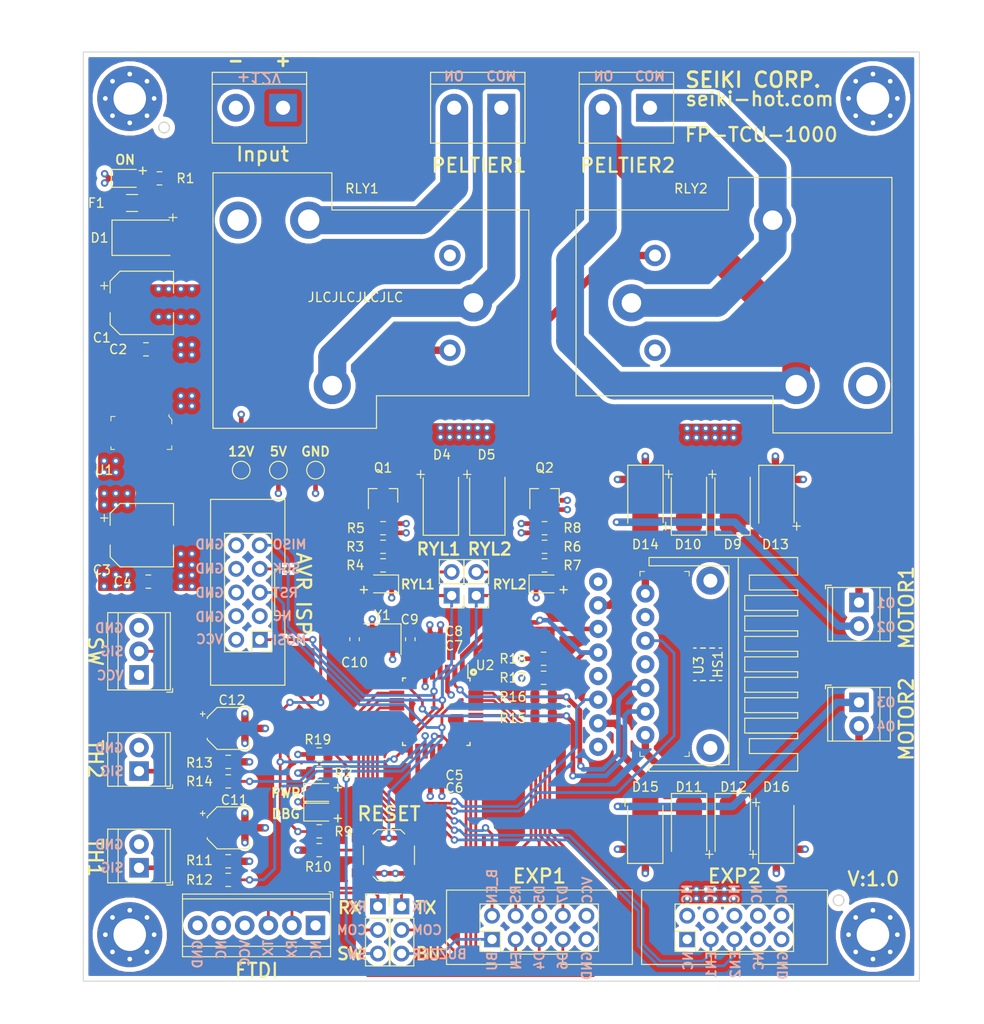
<source format=kicad_pcb>
(kicad_pcb (version 20171130) (host pcbnew "(5.1.6)-1")
  (layers (0 F.Cu signal) (1 In1.Cu power) (2 In2.Cu power) (31 B.Cu signal) (34 B.Paste user) (35 F.Paste user) (36 B.SilkS user) (37 F.SilkS user) (38 B.Mask user) (39 F.Mask user) (44 Edge.Cuts user))
  (net 0 "")
  (net 1 GND)
  (net 2 "Net-(C1-Pad1)")
  (net 3 VCC)
  (net 4 /AREF)
  (net 5 /XTAL1)
  (net 6 /XTAL2)
  (net 7 "Net-(C11-Pad1)")
  (net 8 "Net-(C12-Pad1)")
  (net 9 "Net-(D1-Pad1)")
  (net 10 "Net-(D2-Pad2)")
  (net 11 "Net-(D3-Pad2)")
  (net 12 VBUS)
  (net 13 "Net-(D4-Pad1)")
  (net 14 "Net-(D5-Pad1)")
  (net 15 "Net-(D6-Pad2)")
  (net 16 "Net-(D7-Pad2)")
  (net 17 "Net-(D8-Pad2)")
  (net 18 "Net-(D13-Pad2)")
  (net 19 "Net-(D10-Pad1)")
  (net 20 "Net-(D11-Pad1)")
  (net 21 "Net-(D12-Pad1)")
  (net 22 "Net-(H1-Pad1)")
  (net 23 "Net-(H2-Pad1)")
  (net 24 "Net-(H3-Pad1)")
  (net 25 "Net-(H4-Pad1)")
  (net 26 "Net-(HS1-Pad1)")
  (net 27 /LCD_D7)
  (net 28 /LCD_D6)
  (net 29 /LCD_D5)
  (net 30 /LCD_D4)
  (net 31 /LCD_RS)
  (net 32 /LCD_EN)
  (net 33 /BTN_ENC)
  (net 34 /BUZZER)
  (net 35 "Net-(J2-Pad10)")
  (net 36 "Net-(J2-Pad8)")
  (net 37 "Net-(J2-Pad7)")
  (net 38 "Net-(J2-Pad6)")
  (net 39 /BTN_EN2)
  (net 40 "Net-(J2-Pad4)")
  (net 41 /BTN_EN1)
  (net 42 "Net-(J2-Pad2)")
  (net 43 "Net-(J2-Pad1)")
  (net 44 "Net-(J4-Pad2)")
  (net 45 "Net-(J4-Pad1)")
  (net 46 "Net-(J5-Pad2)")
  (net 47 "Net-(J5-Pad1)")
  (net 48 /MISO_PL2)
  (net 49 /SCK)
  (net 50 /RST)
  (net 51 "Net-(J6-Pad3)")
  (net 52 /MOSI_PL1)
  (net 53 "Net-(J11-Pad5)")
  (net 54 /TX)
  (net 55 /RX)
  (net 56 "Net-(J11-Pad1)")
  (net 57 /KILL_SW)
  (net 58 "Net-(JP1-Pad2)")
  (net 59 "Net-(JP2-Pad2)")
  (net 60 /TX_BUZ)
  (net 61 /RX_KILL)
  (net 62 "Net-(Q1-Pad1)")
  (net 63 "Net-(Q2-Pad1)")
  (net 64 /TH1)
  (net 65 /TH2)
  (net 66 /M2_IN2)
  (net 67 /M2_IN1)
  (net 68 /M1_IN2)
  (net 69 /M1_IN1)
  (net 70 "Net-(RLY1-Pad3)")
  (net 71 "Net-(RLY2-Pad3)")
  (net 72 /M2_EN)
  (net 73 /M1_EN)
  (module heatsink:Heatsin25x23x16mm_2x_1.5mm (layer F.Cu) (at 89.5 155.9 270)
    (fp_text reference HS1 (at 0 -0.8 270) (layer F.SilkS))
    (fp_text value Heatsink)
    (pad 1 thru_hole circle (at 9 0 270) (size 3 3) (drill 1.5) (layers *.Cu *.Mask) (net 26 "Net-(HS1-Pad1)"))
    (pad 1 thru_hole circle (at -9 0 270) (size 3 3) (drill 1.5) (layers *.Cu *.Mask) (net 26 "Net-(HS1-Pad1)"))
  )
  (module Connector_PinHeader_2.54mmAVRISP:PinHeader_2x05_P2.54mm_Vertical (layer F.Cu) (at 66 185.5 90)
    (fp_text reference J1)
    (fp_text value EXP1)
    (pad 10 thru_hole oval (at 2.54 10.16 90) (size 1.7 1.7) (drill 1) (layers *.Cu *.Mask) (net 3 VCC))
    (pad 9 thru_hole oval (at 0 10.16 90) (size 1.7 1.7) (drill 1) (layers *.Cu *.Mask) (net 1 GND))
    (pad 8 thru_hole oval (at 2.54 7.62 90) (size 1.7 1.7) (drill 1) (layers *.Cu *.Mask) (net 27 /LCD_D7))
    (pad 7 thru_hole oval (at 0 7.62 90) (size 1.7 1.7) (drill 1) (layers *.Cu *.Mask) (net 28 /LCD_D6))
    (pad 6 thru_hole oval (at 2.54 5.08 90) (size 1.7 1.7) (drill 1) (layers *.Cu *.Mask) (net 29 /LCD_D5))
    (pad 5 thru_hole oval (at 0 5.08 90) (size 1.7 1.7) (drill 1) (layers *.Cu *.Mask) (net 30 /LCD_D4))
    (pad 4 thru_hole oval (at 2.54 2.54 90) (size 1.7 1.7) (drill 1) (layers *.Cu *.Mask) (net 31 /LCD_RS))
    (pad 3 thru_hole oval (at 0 2.54 90) (size 1.7 1.7) (drill 1) (layers *.Cu *.Mask) (net 32 /LCD_EN))
    (pad 2 thru_hole oval (at 2.54 0 90) (size 1.7 1.7) (drill 1) (layers *.Cu *.Mask) (net 33 /BTN_ENC))
    (pad 1 thru_hole rect (at 0 0 90) (size 1.7 1.7) (drill 1) (layers *.Cu *.Mask) (net 34 /BUZZER))
  )
  (module Connector_PinHeader_2.54mmAVRISP:PinHeader_2x05_P2.54mm_Vertical (layer F.Cu) (at 87 185.5 90)
    (fp_text reference J2)
    (fp_text value EXP2)
    (pad 10 thru_hole oval (at 2.54 10.16 90) (size 1.7 1.7) (drill 1) (layers *.Cu *.Mask) (net 35 "Net-(J2-Pad10)"))
    (pad 9 thru_hole oval (at 0 10.16 90) (size 1.7 1.7) (drill 1) (layers *.Cu *.Mask) (net 1 GND))
    (pad 8 thru_hole oval (at 2.54 7.62 90) (size 1.7 1.7) (drill 1) (layers *.Cu *.Mask) (net 36 "Net-(J2-Pad8)"))
    (pad 7 thru_hole oval (at 0 7.62 90) (size 1.7 1.7) (drill 1) (layers *.Cu *.Mask) (net 37 "Net-(J2-Pad7)"))
    (pad 6 thru_hole oval (at 2.54 5.08 90) (size 1.7 1.7) (drill 1) (layers *.Cu *.Mask) (net 38 "Net-(J2-Pad6)"))
    (pad 5 thru_hole oval (at 0 5.08 90) (size 1.7 1.7) (drill 1) (layers *.Cu *.Mask) (net 39 /BTN_EN2))
    (pad 4 thru_hole oval (at 2.54 2.54 90) (size 1.7 1.7) (drill 1) (layers *.Cu *.Mask) (net 40 "Net-(J2-Pad4)"))
    (pad 3 thru_hole oval (at 0 2.54 90) (size 1.7 1.7) (drill 1) (layers *.Cu *.Mask) (net 41 /BTN_EN1))
    (pad 2 thru_hole oval (at 2.54 0 90) (size 1.7 1.7) (drill 1) (layers *.Cu *.Mask) (net 42 "Net-(J2-Pad2)"))
    (pad 1 thru_hole rect (at 0 0 90) (size 1.7 1.7) (drill 1) (layers *.Cu *.Mask) (net 43 "Net-(J2-Pad1)"))
  )
  (module Connector_PinHeader_2.54mmAVRISP:PinHeader_2x05_P2.54mm_Vertical (layer F.Cu) (at 41 153.25 180)
    (fp_text reference J6)
    (fp_text value "AVR ICSP")
    (pad 10 thru_hole oval (at 2.54 10.16 180) (size 1.7 1.7) (drill 1) (layers *.Cu *.Mask) (net 1 GND))
    (pad 9 thru_hole oval (at 0 10.16 180) (size 1.7 1.7) (drill 1) (layers *.Cu *.Mask) (net 48 /MISO_PL2))
    (pad 8 thru_hole oval (at 2.54 7.62 180) (size 1.7 1.7) (drill 1) (layers *.Cu *.Mask) (net 1 GND))
    (pad 7 thru_hole oval (at 0 7.62 180) (size 1.7 1.7) (drill 1) (layers *.Cu *.Mask) (net 49 /SCK))
    (pad 6 thru_hole oval (at 2.54 5.08 180) (size 1.7 1.7) (drill 1) (layers *.Cu *.Mask) (net 1 GND))
    (pad 5 thru_hole oval (at 0 5.08 180) (size 1.7 1.7) (drill 1) (layers *.Cu *.Mask) (net 50 /RST))
    (pad 4 thru_hole oval (at 2.54 2.54 180) (size 1.7 1.7) (drill 1) (layers *.Cu *.Mask) (net 1 GND))
    (pad 3 thru_hole oval (at 0 2.54 180) (size 1.7 1.7) (drill 1) (layers *.Cu *.Mask) (net 51 "Net-(J6-Pad3)"))
    (pad 2 thru_hole oval (at 2.54 0 180) (size 1.7 1.7) (drill 1) (layers *.Cu *.Mask) (net 3 VCC))
    (pad 1 thru_hole rect (at 0 0 180) (size 1.7 1.7) (drill 1) (layers *.Cu *.Mask) (net 52 /MOSI_PL1))
  )
  (module Connector_PinHeader_2.54mm:PinHeader_1x03_P2.54mm_Vertical (layer F.Cu) (at 53.71 181.95)
    (fp_text reference JP4)
    (fp_text value RX/KILL)
    (pad 3 thru_hole oval (at 0 5.08) (size 1.7 1.7) (drill 1) (layers *.Cu *.Mask) (net 57 /KILL_SW))
    (pad 2 thru_hole oval (at 0 2.54) (size 1.7 1.7) (drill 1) (layers *.Cu *.Mask) (net 61 /RX_KILL))
    (pad 1 thru_hole rect (at 0 0) (size 1.7 1.7) (drill 1) (layers *.Cu *.Mask) (net 55 /RX))
  )
  (module relay:832-1A-C-12VDC (layer F.Cu) (at 46.26 108.1 90)
    (fp_text reference RLY1 (at 3.4 5.74 180) (layer F.SilkS))
    (fp_text value 832-1A-C-12VDC)
    (pad 3 thru_hole circle (at 0 -7.6 90) (size 4 4) (drill 2.3) (layers *.Cu *.Mask) (net 70 "Net-(RLY1-Pad3)"))
    (pad 4 thru_hole circle (at -17.8 2.54 90) (size 4 4) (drill 2.1) (layers *.Cu *.Mask) (net 45 "Net-(J4-Pad1)"))
    (pad 2 thru_hole circle (at -14 15.2 90) (size 2.3 2.3) (drill 1.3) (layers *.Cu *.Mask) (net 13 "Net-(D4-Pad1)"))
    (pad 4 thru_hole circle (at -8.9 17.74 90) (size 4 4) (drill 2.1) (layers *.Cu *.Mask) (net 45 "Net-(J4-Pad1)"))
    (pad 1 thru_hole circle (at -3.8 15.2 90) (size 2.3 2.3) (drill 1.3) (layers *.Cu *.Mask) (net 12 VBUS))
    (pad 5 thru_hole circle (at 0 0 90) (size 4 4) (drill 2.3) (layers *.Cu *.Mask) (net 44 "Net-(J4-Pad2)"))
  )
  (module Capacitor_SMD:C_0402_1005Metric (layer F.Cu) (at 59.95 169)
    (fp_text reference C6 (at 2 0.2) (layer F.SilkS))
    (fp_text value 100nF)
    (pad 2 smd roundrect (at 0.485 0) (size 0.59 0.64) (layers F.Cu F.Paste F.Mask) (net 1 GND))
    (pad 1 smd roundrect (at -0.485 0) (size 0.59 0.64) (layers F.Cu F.Paste F.Mask) (net 3 VCC))
  )
  (module Capacitor_SMD:C_0402_1005Metric (layer F.Cu) (at 59.9 152.65 180)
    (fp_text reference C8 (at -2 0.3) (layer F.SilkS))
    (fp_text value 100nF)
    (pad 2 smd roundrect (at 0.485 0 180) (size 0.59 0.64) (layers F.Cu F.Paste F.Mask) (net 1 GND))
    (pad 1 smd roundrect (at -0.485 0 180) (size 0.59 0.64) (layers F.Cu F.Paste F.Mask) (net 3 VCC))
  )
  (module Capacitor_SMD:C_0402_1005Metric (layer F.Cu) (at 59.9 153.7 180)
    (fp_text reference C7 (at -2 -0.2) (layer F.SilkS))
    (fp_text value 100nF)
    (pad 2 smd roundrect (at 0.485 0 180) (size 0.59 0.64) (layers F.Cu F.Paste F.Mask) (net 1 GND))
    (pad 1 smd roundrect (at -0.485 0 180) (size 0.59 0.64) (layers F.Cu F.Paste F.Mask) (net 3 VCC))
  )
  (module TerminalBlock_TE-Connectivity:TerminalBlock_TE_282834-2_1x02_P2.54mm_Horizontal (layer F.Cu) (at 105.5 160 270)
    (fp_text reference J10)
    (fp_text value "Motor Out2")
    (pad 2 thru_hole circle (at 2.54 0 270) (size 2.1 2.1) (drill 1.1) (layers *.Cu *.Mask) (net 21 "Net-(D12-Pad1)"))
    (pad 1 thru_hole rect (at 0 0 270) (size 2.1 2.1) (drill 1.1) (layers *.Cu *.Mask) (net 20 "Net-(D11-Pad1)"))
  )
  (module TerminalBlock_TE-Connectivity:TerminalBlock_TE_282834-2_1x02_P2.54mm_Horizontal (layer F.Cu) (at 105.5 149.25 270)
    (fp_text reference J9)
    (fp_text value "Motor Out1")
    (pad 2 thru_hole circle (at 2.54 0 270) (size 2.1 2.1) (drill 1.1) (layers *.Cu *.Mask) (net 19 "Net-(D10-Pad1)"))
    (pad 1 thru_hole rect (at 0 0 270) (size 2.1 2.1) (drill 1.1) (layers *.Cu *.Mask) (net 18 "Net-(D13-Pad2)"))
  )
  (module TerminalBlock:TerminalBlock_bornier-2_P5.08mm (layer F.Cu) (at 83 96 180)
    (fp_text reference J5)
    (fp_text value "Peltier Out2")
    (pad 2 thru_hole circle (at 5.08 0 180) (size 3 3) (drill 1.52) (layers *.Cu *.Mask) (net 46 "Net-(J5-Pad2)"))
    (pad 1 thru_hole rect (at 0 0 180) (size 3 3) (drill 1.52) (layers *.Cu *.Mask) (net 47 "Net-(J5-Pad1)"))
  )
  (module TerminalBlock:TerminalBlock_bornier-2_P5.08mm (layer F.Cu) (at 67 96 180)
    (fp_text reference J4)
    (fp_text value "Peltier Out1")
    (pad 2 thru_hole circle (at 5.08 0 180) (size 3 3) (drill 1.52) (layers *.Cu *.Mask) (net 44 "Net-(J4-Pad2)"))
    (pad 1 thru_hole rect (at 0 0 180) (size 3 3) (drill 1.52) (layers *.Cu *.Mask) (net 45 "Net-(J4-Pad1)"))
  )
  (module TerminalBlock_TE-Connectivity:TerminalBlock_TE_282834-2_1x02_P2.54mm_Horizontal (layer F.Cu) (at 28 167.4 90)
    (fp_text reference J8)
    (fp_text value "Thermitor 2")
    (pad 2 thru_hole circle (at 2.54 0 90) (size 2.1 2.1) (drill 1.1) (layers *.Cu *.Mask) (net 1 GND))
    (pad 1 thru_hole rect (at 0 0 90) (size 2.1 2.1) (drill 1.1) (layers *.Cu *.Mask) (net 8 "Net-(C12-Pad1)"))
  )
  (module TerminalBlock_TE-Connectivity:TerminalBlock_TE_282834-2_1x02_P2.54mm_Horizontal (layer F.Cu) (at 28 177.8 90)
    (fp_text reference J7)
    (fp_text value "Thermitor 1")
    (pad 2 thru_hole circle (at 2.54 0 90) (size 2.1 2.1) (drill 1.1) (layers *.Cu *.Mask) (net 1 GND))
    (pad 1 thru_hole rect (at 0 0 90) (size 2.1 2.1) (drill 1.1) (layers *.Cu *.Mask) (net 7 "Net-(C11-Pad1)"))
  )
  (module Package_QFP:TQFP-32_7x7mm_P0.8mm (layer F.Cu) (at 60 161 270)
    (fp_text reference U2 (at -5 -5.25 180) (layer F.SilkS))
    (fp_text value ATMEGA328-AU)
    (pad 32 smd rect (at -2.8 -4.25) (size 1.6 0.55) (layers F.Cu F.Paste F.Mask) (net 69 /M1_IN1))
    (pad 31 smd rect (at -2 -4.25) (size 1.6 0.55) (layers F.Cu F.Paste F.Mask) (net 61 /RX_KILL))
    (pad 30 smd rect (at -1.2 -4.25) (size 1.6 0.55) (layers F.Cu F.Paste F.Mask) (net 60 /TX_BUZ))
    (pad 29 smd rect (at -0.4 -4.25) (size 1.6 0.55) (layers F.Cu F.Paste F.Mask) (net 50 /RST))
    (pad 28 smd rect (at 0.4 -4.25) (size 1.6 0.55) (layers F.Cu F.Paste F.Mask) (net 27 /LCD_D7))
    (pad 27 smd rect (at 1.2 -4.25) (size 1.6 0.55) (layers F.Cu F.Paste F.Mask) (net 29 /LCD_D5))
    (pad 26 smd rect (at 2 -4.25) (size 1.6 0.55) (layers F.Cu F.Paste F.Mask) (net 31 /LCD_RS))
    (pad 25 smd rect (at 2.8 -4.25) (size 1.6 0.55) (layers F.Cu F.Paste F.Mask) (net 32 /LCD_EN))
    (pad 24 smd rect (at 4.25 -2.8 270) (size 1.6 0.55) (layers F.Cu F.Paste F.Mask) (net 30 /LCD_D4))
    (pad 23 smd rect (at 4.25 -2 270) (size 1.6 0.55) (layers F.Cu F.Paste F.Mask) (net 28 /LCD_D6))
    (pad 22 smd rect (at 4.25 -1.2 270) (size 1.6 0.55) (layers F.Cu F.Paste F.Mask) (net 64 /TH1))
    (pad 21 smd rect (at 4.25 -0.4 270) (size 1.6 0.55) (layers F.Cu F.Paste F.Mask) (net 1 GND))
    (pad 20 smd rect (at 4.25 0.4 270) (size 1.6 0.55) (layers F.Cu F.Paste F.Mask) (net 4 /AREF))
    (pad 19 smd rect (at 4.25 1.2 270) (size 1.6 0.55) (layers F.Cu F.Paste F.Mask) (net 65 /TH2))
    (pad 18 smd rect (at 4.25 2 270) (size 1.6 0.55) (layers F.Cu F.Paste F.Mask) (net 3 VCC))
    (pad 17 smd rect (at 4.25 2.8 270) (size 1.6 0.55) (layers F.Cu F.Paste F.Mask) (net 49 /SCK))
    (pad 16 smd rect (at 2.8 4.25) (size 1.6 0.55) (layers F.Cu F.Paste F.Mask) (net 48 /MISO_PL2))
    (pad 15 smd rect (at 2 4.25) (size 1.6 0.55) (layers F.Cu F.Paste F.Mask) (net 52 /MOSI_PL1))
    (pad 14 smd rect (at 1.2 4.25) (size 1.6 0.55) (layers F.Cu F.Paste F.Mask) (net 72 /M2_EN))
    (pad 13 smd rect (at 0.4 4.25) (size 1.6 0.55) (layers F.Cu F.Paste F.Mask) (net 73 /M1_EN))
    (pad 12 smd rect (at -0.4 4.25) (size 1.6 0.55) (layers F.Cu F.Paste F.Mask) (net 33 /BTN_ENC))
    (pad 11 smd rect (at -1.2 4.25) (size 1.6 0.55) (layers F.Cu F.Paste F.Mask) (net 41 /BTN_EN1))
    (pad 10 smd rect (at -2 4.25) (size 1.6 0.55) (layers F.Cu F.Paste F.Mask) (net 39 /BTN_EN2))
    (pad 9 smd rect (at -2.8 4.25) (size 1.6 0.55) (layers F.Cu F.Paste F.Mask) (net 66 /M2_IN2))
    (pad 8 smd rect (at -4.25 2.8 270) (size 1.6 0.55) (layers F.Cu F.Paste F.Mask) (net 6 /XTAL2))
    (pad 7 smd rect (at -4.25 2 270) (size 1.6 0.55) (layers F.Cu F.Paste F.Mask) (net 5 /XTAL1))
    (pad 6 smd rect (at -4.25 1.2 270) (size 1.6 0.55) (layers F.Cu F.Paste F.Mask) (net 3 VCC))
    (pad 5 smd rect (at -4.25 0.4 270) (size 1.6 0.55) (layers F.Cu F.Paste F.Mask) (net 1 GND))
    (pad 4 smd rect (at -4.25 -0.4 270) (size 1.6 0.55) (layers F.Cu F.Paste F.Mask) (net 3 VCC))
    (pad 3 smd rect (at -4.25 -1.2 270) (size 1.6 0.55) (layers F.Cu F.Paste F.Mask) (net 1 GND))
    (pad 2 smd rect (at -4.25 -2 270) (size 1.6 0.55) (layers F.Cu F.Paste F.Mask) (net 67 /M2_IN1))
    (pad 1 smd rect (at -4.25 -2.8 270) (size 1.6 0.55) (layers F.Cu F.Paste F.Mask) (net 68 /M1_IN2))
  )
  (module Crystal:Crystal_SMD_3225-4Pin_3.2x2.5mm (layer F.Cu) (at 54.2 153.2 180)
    (fp_text reference Y1 (at 0 2.6) (layer F.SilkS))
    (fp_text value 16MHz)
    (pad 4 smd rect (at -1.1 -0.85 180) (size 1.4 1.2) (layers F.Cu F.Paste F.Mask) (net 1 GND))
    (pad 3 smd rect (at 1.1 -0.85 180) (size 1.4 1.2) (layers F.Cu F.Paste F.Mask) (net 6 /XTAL2))
    (pad 2 smd rect (at 1.1 0.85 180) (size 1.4 1.2) (layers F.Cu F.Paste F.Mask) (net 1 GND))
    (pad 1 smd rect (at -1.1 0.85 180) (size 1.4 1.2) (layers F.Cu F.Paste F.Mask) (net 5 /XTAL1))
  )
  (module digikey-footprints:Multiwatt-15 (layer F.Cu) (at 77.42 147.01 270)
    (fp_text reference U3 (at 9 -10.82 270) (layer F.SilkS))
    (fp_text value L298N)
    (pad 15 thru_hole circle (at 17.78 0 270) (size 1.95 1.95) (drill 0.95) (layers *.Cu *.Mask) (net 1 GND))
    (pad 14 thru_hole circle (at 16.51 -5.08 270) (size 1.95 1.95) (drill 0.95) (layers *.Cu *.Mask) (net 21 "Net-(D12-Pad1)"))
    (pad 13 thru_hole circle (at 15.24 0 270) (size 1.95 1.95) (drill 0.95) (layers *.Cu *.Mask) (net 20 "Net-(D11-Pad1)"))
    (pad 12 thru_hole circle (at 13.97 -5.08 270) (size 1.95 1.95) (drill 0.95) (layers *.Cu *.Mask) (net 66 /M2_IN2))
    (pad 11 thru_hole circle (at 12.7 0 270) (size 1.95 1.95) (drill 0.95) (layers *.Cu *.Mask) (net 72 /M2_EN))
    (pad 10 thru_hole circle (at 11.43 -5.08 270) (size 1.95 1.95) (drill 0.95) (layers *.Cu *.Mask) (net 67 /M2_IN1))
    (pad 9 thru_hole circle (at 10.16 0 270) (size 1.95 1.95) (drill 0.95) (layers *.Cu *.Mask) (net 12 VBUS))
    (pad 8 thru_hole circle (at 8.89 -5.08 270) (size 1.95 1.95) (drill 0.95) (layers *.Cu *.Mask) (net 1 GND))
    (pad 7 thru_hole circle (at 7.62 0 270) (size 1.95 1.95) (drill 0.95) (layers *.Cu *.Mask) (net 68 /M1_IN2))
    (pad 6 thru_hole circle (at 6.35 -5.08 270) (size 1.95 1.95) (drill 0.95) (layers *.Cu *.Mask) (net 73 /M1_EN))
    (pad 5 thru_hole circle (at 5.08 0 270) (size 1.95 1.95) (drill 0.95) (layers *.Cu *.Mask) (net 69 /M1_IN1))
    (pad 4 thru_hole circle (at 3.81 -5.08 270) (size 1.95 1.95) (drill 0.95) (layers *.Cu *.Mask) (net 3 VCC))
    (pad 3 thru_hole circle (at 2.54 0 270) (size 1.95 1.95) (drill 0.95) (layers *.Cu *.Mask) (net 19 "Net-(D10-Pad1)"))
    (pad 2 thru_hole circle (at 1.27 -5.08 270) (size 1.95 1.95) (drill 0.95) (layers *.Cu *.Mask) (net 18 "Net-(D13-Pad2)"))
    (pad 1 thru_hole circle (at 0 0 270) (size 1.95 1.95) (drill 0.95) (layers *.Cu *.Mask) (net 1 GND))
  )
  (module digikey-footprints:SOT-223 (layer F.Cu) (at 28.25 131 180)
    (fp_text reference U1 (at 4 -4) (layer F.SilkS))
    (fp_text value NCP1117ST50T3G)
    (pad 4 smd rect (at 0 -3.15 180) (size 3.8 2.2) (layers F.Cu F.Paste F.Mask) (net 3 VCC))
    (pad 1 smd rect (at -2.3 3.15 180) (size 1.5 2.2) (layers F.Cu F.Paste F.Mask) (net 1 GND))
    (pad 2 smd rect (at 0 3.15 180) (size 1.5 2.2) (layers F.Cu F.Paste F.Mask) (net 3 VCC))
    (pad 3 smd rect (at 2.3 3.15 180) (size 1.5 2.2) (layers F.Cu F.Paste F.Mask) (net 2 "Net-(C1-Pad1)"))
  )
  (module TestPoint:TestPoint_Pad_D1.5mm (layer F.Cu) (at 47 135 90)
    (fp_text reference TP3)
    (fp_text value GND)
    (pad 1 smd circle (at 0 0 90) (size 1.5 1.5) (layers F.Cu F.Mask) (net 1 GND))
  )
  (module TestPoint:TestPoint_Pad_D1.5mm (layer F.Cu) (at 39 135 90)
    (fp_text reference TP2)
    (fp_text value +12V)
    (pad 1 smd circle (at 0 0 90) (size 1.5 1.5) (layers F.Cu F.Mask) (net 12 VBUS))
  )
  (module TestPoint:TestPoint_Pad_D1.5mm (layer F.Cu) (at 43 135 90)
    (fp_text reference TP1)
    (fp_text value +5V)
    (pad 1 smd circle (at 0 0 90) (size 1.5 1.5) (layers F.Cu F.Mask) (net 3 VCC))
  )
  (module Button_Switch_SMD:SW_SPST_TL3342 (layer F.Cu) (at 54.9 176.45)
    (fp_text reference S1)
    (fp_text value RESET)
    (pad 2 smd rect (at 3.15 1.9) (size 1.7 1) (layers F.Cu F.Paste F.Mask) (net 1 GND))
    (pad 2 smd rect (at -3.15 1.9) (size 1.7 1) (layers F.Cu F.Paste F.Mask) (net 1 GND))
    (pad 1 smd rect (at 3.15 -1.9) (size 1.7 1) (layers F.Cu F.Paste F.Mask) (net 50 /RST))
    (pad 1 smd rect (at -3.15 -1.9) (size 1.7 1) (layers F.Cu F.Paste F.Mask) (net 50 /RST))
  )
  (module relay:832-1A-C-12VDC (layer F.Cu) (at 98.74 125.9 270)
    (fp_text reference RLY2 (at -21.2 11.34 180) (layer F.SilkS))
    (fp_text value 832-1A-C-12VDC)
    (pad 3 thru_hole circle (at 0 -7.6 270) (size 4 4) (drill 2.3) (layers *.Cu *.Mask) (net 71 "Net-(RLY2-Pad3)"))
    (pad 4 thru_hole circle (at -17.8 2.54 270) (size 4 4) (drill 2.1) (layers *.Cu *.Mask) (net 47 "Net-(J5-Pad1)"))
    (pad 2 thru_hole circle (at -14 15.2 270) (size 2.3 2.3) (drill 1.3) (layers *.Cu *.Mask) (net 14 "Net-(D5-Pad1)"))
    (pad 4 thru_hole circle (at -8.9 17.74 270) (size 4 4) (drill 2.1) (layers *.Cu *.Mask) (net 47 "Net-(J5-Pad1)"))
    (pad 1 thru_hole circle (at -3.8 15.2 270) (size 2.3 2.3) (drill 1.3) (layers *.Cu *.Mask) (net 12 VBUS))
    (pad 5 thru_hole circle (at 0 0 270) (size 4 4) (drill 2.3) (layers *.Cu *.Mask) (net 46 "Net-(J5-Pad2)"))
  )
  (module Resistor_SMD:R_0805_2012Metric (layer F.Cu) (at 47.4 165.6)
    (fp_text reference R19 (at -0.15 -1.6) (layer F.SilkS))
    (fp_text value 10K)
    (pad 2 smd roundrect (at 0.9375 0) (size 0.975 1.4) (layers F.Cu F.Paste F.Mask) (net 57 /KILL_SW))
    (pad 1 smd roundrect (at -0.9375 0) (size 0.975 1.4) (layers F.Cu F.Paste F.Mask) (net 3 VCC))
  )
  (module Resistor_SMD:R_0805_2012Metric (layer F.Cu) (at 71.55 155.3)
    (fp_text reference R18 (at -3.3125 0) (layer F.SilkS))
    (fp_text value 10K)
    (pad 2 smd roundrect (at 0.9375 0) (size 0.975 1.4) (layers F.Cu F.Paste F.Mask) (net 69 /M1_IN1))
    (pad 1 smd roundrect (at -0.9375 0) (size 0.975 1.4) (layers F.Cu F.Paste F.Mask) (net 3 VCC))
  )
  (module Resistor_SMD:R_0805_2012Metric (layer F.Cu) (at 71.55 157.35)
    (fp_text reference R17 (at -3.3125 0) (layer F.SilkS))
    (fp_text value 10K)
    (pad 2 smd roundrect (at 0.9375 0) (size 0.975 1.4) (layers F.Cu F.Paste F.Mask) (net 68 /M1_IN2))
    (pad 1 smd roundrect (at -0.9375 0) (size 0.975 1.4) (layers F.Cu F.Paste F.Mask) (net 3 VCC))
  )
  (module Resistor_SMD:R_0805_2012Metric (layer F.Cu) (at 71.55 159.4)
    (fp_text reference R16 (at -3.3125 0) (layer F.SilkS))
    (fp_text value 10K)
    (pad 2 smd roundrect (at 0.9375 0) (size 0.975 1.4) (layers F.Cu F.Paste F.Mask) (net 67 /M2_IN1))
    (pad 1 smd roundrect (at -0.9375 0) (size 0.975 1.4) (layers F.Cu F.Paste F.Mask) (net 3 VCC))
  )
  (module Resistor_SMD:R_0805_2012Metric (layer F.Cu) (at 71.55 161.45)
    (fp_text reference R15 (at -3.3125 0.25) (layer F.SilkS))
    (fp_text value 10K)
    (pad 2 smd roundrect (at 0.9375 0) (size 0.975 1.4) (layers F.Cu F.Paste F.Mask) (net 66 /M2_IN2))
    (pad 1 smd roundrect (at -0.9375 0) (size 0.975 1.4) (layers F.Cu F.Paste F.Mask) (net 3 VCC))
  )
  (module Resistor_SMD:R_0805_2012Metric (layer F.Cu) (at 37.6 168.5)
    (fp_text reference R14 (at -3.1 0) (layer F.SilkS))
    (fp_text value 100)
    (pad 2 smd roundrect (at 0.9375 0) (size 0.975 1.4) (layers F.Cu F.Paste F.Mask) (net 65 /TH2))
    (pad 1 smd roundrect (at -0.9375 0) (size 0.975 1.4) (layers F.Cu F.Paste F.Mask) (net 8 "Net-(C12-Pad1)"))
  )
  (module Resistor_SMD:R_0805_2012Metric (layer F.Cu) (at 37.6 166.4 180)
    (fp_text reference R13 (at 3.1 -0.1) (layer F.SilkS))
    (fp_text value 4.7K)
    (pad 2 smd roundrect (at 0.9375 0 180) (size 0.975 1.4) (layers F.Cu F.Paste F.Mask) (net 8 "Net-(C12-Pad1)"))
    (pad 1 smd roundrect (at -0.9375 0 180) (size 0.975 1.4) (layers F.Cu F.Paste F.Mask) (net 3 VCC))
  )
  (module Resistor_SMD:R_0805_2012Metric (layer F.Cu) (at 37.6 179.1)
    (fp_text reference R12 (at -3.1 0) (layer F.SilkS))
    (fp_text value 100)
    (pad 2 smd roundrect (at 0.9375 0) (size 0.975 1.4) (layers F.Cu F.Paste F.Mask) (net 64 /TH1))
    (pad 1 smd roundrect (at -0.9375 0) (size 0.975 1.4) (layers F.Cu F.Paste F.Mask) (net 7 "Net-(C11-Pad1)"))
  )
  (module Resistor_SMD:R_0805_2012Metric (layer F.Cu) (at 37.6 177.1 180)
    (fp_text reference R11 (at 3.1 0.1) (layer F.SilkS))
    (fp_text value 4.7K)
    (pad 2 smd roundrect (at 0.9375 0 180) (size 0.975 1.4) (layers F.Cu F.Paste F.Mask) (net 7 "Net-(C11-Pad1)"))
    (pad 1 smd roundrect (at -0.9375 0 180) (size 0.975 1.4) (layers F.Cu F.Paste F.Mask) (net 3 VCC))
  )
  (module Resistor_SMD:R_0805_2012Metric (layer F.Cu) (at 47.4 175.9)
    (fp_text reference R10 (at -0.1 1.8) (layer F.SilkS))
    (fp_text value 10K)
    (pad 2 smd roundrect (at 0.9375 0) (size 0.975 1.4) (layers F.Cu F.Paste F.Mask) (net 50 /RST))
    (pad 1 smd roundrect (at -0.9375 0) (size 0.975 1.4) (layers F.Cu F.Paste F.Mask) (net 3 VCC))
  )
  (module Resistor_SMD:R_0805_2012Metric (layer F.Cu) (at 47.4 173.876)
    (fp_text reference R9 (at 2.6 0.024) (layer F.SilkS))
    (fp_text value 1K)
    (pad 2 smd roundrect (at 0.9375 0) (size 0.975 1.4) (layers F.Cu F.Paste F.Mask) (net 17 "Net-(D8-Pad2)"))
    (pad 1 smd roundrect (at -0.9375 0) (size 0.975 1.4) (layers F.Cu F.Paste F.Mask) (net 49 /SCK))
  )
  (module Resistor_SMD:R_0805_2012Metric (layer F.Cu) (at 71.65 141.25 180)
    (fp_text reference R8 (at -3 0.025) (layer F.SilkS))
    (fp_text value 10K)
    (pad 2 smd roundrect (at 0.9375 0 180) (size 0.975 1.4) (layers F.Cu F.Paste F.Mask) (net 1 GND))
    (pad 1 smd roundrect (at -0.9375 0 180) (size 0.975 1.4) (layers F.Cu F.Paste F.Mask) (net 63 "Net-(Q2-Pad1)"))
  )
  (module Resistor_SMD:R_0805_2012Metric (layer F.Cu) (at 71.65 145.25)
    (fp_text reference R7 (at 3 0) (layer F.SilkS))
    (fp_text value 1K)
    (pad 2 smd roundrect (at 0.9375 0) (size 0.975 1.4) (layers F.Cu F.Paste F.Mask) (net 16 "Net-(D7-Pad2)"))
    (pad 1 smd roundrect (at -0.9375 0) (size 0.975 1.4) (layers F.Cu F.Paste F.Mask) (net 48 /MISO_PL2))
  )
  (module Resistor_SMD:R_0805_2012Metric (layer F.Cu) (at 71.65 143.25 180)
    (fp_text reference R6 (at -3 0) (layer F.SilkS))
    (fp_text value 1K)
    (pad 2 smd roundrect (at 0.9375 0 180) (size 0.975 1.4) (layers F.Cu F.Paste F.Mask) (net 59 "Net-(JP2-Pad2)"))
    (pad 1 smd roundrect (at -0.9375 0 180) (size 0.975 1.4) (layers F.Cu F.Paste F.Mask) (net 63 "Net-(Q2-Pad1)"))
  )
  (module Resistor_SMD:R_0805_2012Metric (layer F.Cu) (at 54.27 141.25)
    (fp_text reference R5 (at -2.9375 0) (layer F.SilkS))
    (fp_text value 10K)
    (pad 2 smd roundrect (at 0.9375 0) (size 0.975 1.4) (layers F.Cu F.Paste F.Mask) (net 1 GND))
    (pad 1 smd roundrect (at -0.9375 0) (size 0.975 1.4) (layers F.Cu F.Paste F.Mask) (net 62 "Net-(Q1-Pad1)"))
  )
  (module Resistor_SMD:R_0805_2012Metric (layer F.Cu) (at 54.27 145.25 180)
    (fp_text reference R4 (at 3 0) (layer F.SilkS))
    (fp_text value 1K)
    (pad 2 smd roundrect (at 0.9375 0 180) (size 0.975 1.4) (layers F.Cu F.Paste F.Mask) (net 15 "Net-(D6-Pad2)"))
    (pad 1 smd roundrect (at -0.9375 0 180) (size 0.975 1.4) (layers F.Cu F.Paste F.Mask) (net 52 /MOSI_PL1))
  )
  (module Resistor_SMD:R_0805_2012Metric (layer F.Cu) (at 54.27 143.25)
    (fp_text reference R3 (at -3 0) (layer F.SilkS))
    (fp_text value 1K)
    (pad 2 smd roundrect (at 0.9375 0) (size 0.975 1.4) (layers F.Cu F.Paste F.Mask) (net 58 "Net-(JP1-Pad2)"))
    (pad 1 smd roundrect (at -0.9375 0) (size 0.975 1.4) (layers F.Cu F.Paste F.Mask) (net 62 "Net-(Q1-Pad1)"))
  )
  (module Resistor_SMD:R_0805_2012Metric (layer F.Cu) (at 47.4 167.624)
    (fp_text reference R2 (at 2.6 0) (layer F.SilkS))
    (fp_text value 1K)
    (pad 2 smd roundrect (at 0.9375 0) (size 0.975 1.4) (layers F.Cu F.Paste F.Mask) (net 11 "Net-(D3-Pad2)"))
    (pad 1 smd roundrect (at -0.9375 0) (size 0.975 1.4) (layers F.Cu F.Paste F.Mask) (net 3 VCC))
  )
  (module Resistor_SMD:R_0805_2012Metric (layer F.Cu) (at 30.2 103.6 180)
    (fp_text reference R1 (at -2.8 0) (layer F.SilkS))
    (fp_text value 2.2K)
    (pad 2 smd roundrect (at 0.9375 0 180) (size 0.975 1.4) (layers F.Cu F.Paste F.Mask) (net 10 "Net-(D2-Pad2)"))
    (pad 1 smd roundrect (at -0.9375 0 180) (size 0.975 1.4) (layers F.Cu F.Paste F.Mask) (net 12 VBUS))
  )
  (module Package_TO_SOT_SMD:SOT-23 (layer F.Cu) (at 71.65 137.75 90)
    (fp_text reference Q2 (at 3 0 180) (layer F.SilkS))
    (fp_text value MMBT3904)
    (pad 3 smd rect (at 1 0 90) (size 0.9 0.8) (layers F.Cu F.Paste F.Mask) (net 14 "Net-(D5-Pad1)"))
    (pad 2 smd rect (at -1 0.95 90) (size 0.9 0.8) (layers F.Cu F.Paste F.Mask) (net 1 GND))
    (pad 1 smd rect (at -1 -0.95 90) (size 0.9 0.8) (layers F.Cu F.Paste F.Mask) (net 63 "Net-(Q2-Pad1)"))
  )
  (module Package_TO_SOT_SMD:SOT-23 (layer F.Cu) (at 54.27 137.75 90)
    (fp_text reference Q1 (at 3 0 180) (layer F.SilkS))
    (fp_text value MMBT3904)
    (pad 3 smd rect (at 1 0 90) (size 0.9 0.8) (layers F.Cu F.Paste F.Mask) (net 13 "Net-(D4-Pad1)"))
    (pad 2 smd rect (at -1 0.95 90) (size 0.9 0.8) (layers F.Cu F.Paste F.Mask) (net 1 GND))
    (pad 1 smd rect (at -1 -0.95 90) (size 0.9 0.8) (layers F.Cu F.Paste F.Mask) (net 62 "Net-(Q1-Pad1)"))
  )
  (module Connector_PinHeader_2.54mm:PinHeader_1x03_P2.54mm_Vertical (layer F.Cu) (at 56.25 181.95)
    (fp_text reference JP3)
    (fp_text value TX/BUZZER)
    (pad 3 thru_hole oval (at 0 5.08) (size 1.7 1.7) (drill 1) (layers *.Cu *.Mask) (net 34 /BUZZER))
    (pad 2 thru_hole oval (at 0 2.54) (size 1.7 1.7) (drill 1) (layers *.Cu *.Mask) (net 60 /TX_BUZ))
    (pad 1 thru_hole rect (at 0 0) (size 1.7 1.7) (drill 1) (layers *.Cu *.Mask) (net 54 /TX))
  )
  (module Connector_PinHeader_2.54mm:PinHeader_1x02_P2.54mm_Vertical (layer F.Cu) (at 64.3 148.5 180)
    (fp_text reference JP2)
    (fp_text value JUMPER)
    (pad 2 thru_hole oval (at 0 2.54 180) (size 1.7 1.7) (drill 1) (layers *.Cu *.Mask) (net 59 "Net-(JP2-Pad2)"))
    (pad 1 thru_hole rect (at 0 0 180) (size 1.7 1.7) (drill 1) (layers *.Cu *.Mask) (net 48 /MISO_PL2))
  )
  (module Connector_PinHeader_2.54mm:PinHeader_1x02_P2.54mm_Vertical (layer F.Cu) (at 61.65 148.5 180)
    (fp_text reference JP1)
    (fp_text value JUMPER)
    (pad 2 thru_hole oval (at 0 2.54 180) (size 1.7 1.7) (drill 1) (layers *.Cu *.Mask) (net 58 "Net-(JP1-Pad2)"))
    (pad 1 thru_hole rect (at 0 0 180) (size 1.7 1.7) (drill 1) (layers *.Cu *.Mask) (net 52 /MOSI_PL1))
  )
  (module TerminalBlock_TE-Connectivity:TerminalBlock_TE_282834-3_1x03_P2.54mm_Horizontal (layer F.Cu) (at 28 157.04 90)
    (fp_text reference J12)
    (fp_text value KILL_SW)
    (pad 3 thru_hole circle (at 5.08 0 90) (size 2.1 2.1) (drill 1.1) (layers *.Cu *.Mask) (net 1 GND))
    (pad 2 thru_hole circle (at 2.54 0 90) (size 2.1 2.1) (drill 1.1) (layers *.Cu *.Mask) (net 57 /KILL_SW))
    (pad 1 thru_hole rect (at 0 0 90) (size 2.1 2.1) (drill 1.1) (layers *.Cu *.Mask) (net 3 VCC))
  )
  (module TerminalBlock_TE-Connectivity:TerminalBlock_TE_282834-6_1x06_P2.54mm_Horizontal (layer F.Cu) (at 47 184 180)
    (fp_text reference J11)
    (fp_text value FTDI)
    (pad 6 thru_hole circle (at 12.7 0 180) (size 2.1 2.1) (drill 1.1) (layers *.Cu *.Mask) (net 1 GND))
    (pad 5 thru_hole circle (at 10.16 0 180) (size 2.1 2.1) (drill 1.1) (layers *.Cu *.Mask) (net 53 "Net-(J11-Pad5)"))
    (pad 4 thru_hole circle (at 7.62 0 180) (size 2.1 2.1) (drill 1.1) (layers *.Cu *.Mask) (net 3 VCC))
    (pad 3 thru_hole circle (at 5.08 0 180) (size 2.1 2.1) (drill 1.1) (layers *.Cu *.Mask) (net 54 /TX))
    (pad 2 thru_hole circle (at 2.54 0 180) (size 2.1 2.1) (drill 1.1) (layers *.Cu *.Mask) (net 55 /RX))
    (pad 1 thru_hole rect (at 0 0 180) (size 2.1 2.1) (drill 1.1) (layers *.Cu *.Mask) (net 56 "Net-(J11-Pad1)"))
  )
  (module TerminalBlock:TerminalBlock_bornier-2_P5.08mm (layer F.Cu) (at 43.5 96 180)
    (fp_text reference J3)
    (fp_text value "Power Input")
    (pad 2 thru_hole circle (at 5.08 0 180) (size 3 3) (drill 1.52) (layers *.Cu *.Mask) (net 1 GND))
    (pad 1 thru_hole rect (at 0 0 180) (size 3 3) (drill 1.52) (layers *.Cu *.Mask) (net 12 VBUS))
  )
  (module MountingHole:MountingHole_3.5mm_Pad_Via (layer F.Cu) (at 107 95)
    (fp_text reference H4)
    (fp_text value MountingHole)
    (pad 1 thru_hole circle (at 1.856155 -1.856155) (size 0.8 0.8) (drill 0.5) (layers *.Cu *.Mask) (net 25 "Net-(H4-Pad1)"))
    (pad 1 thru_hole circle (at 0 -2.625) (size 0.8 0.8) (drill 0.5) (layers *.Cu *.Mask) (net 25 "Net-(H4-Pad1)"))
    (pad 1 thru_hole circle (at -1.856155 -1.856155) (size 0.8 0.8) (drill 0.5) (layers *.Cu *.Mask) (net 25 "Net-(H4-Pad1)"))
    (pad 1 thru_hole circle (at -2.625 0) (size 0.8 0.8) (drill 0.5) (layers *.Cu *.Mask) (net 25 "Net-(H4-Pad1)"))
    (pad 1 thru_hole circle (at -1.856155 1.856155) (size 0.8 0.8) (drill 0.5) (layers *.Cu *.Mask) (net 25 "Net-(H4-Pad1)"))
    (pad 1 thru_hole circle (at 0 2.625) (size 0.8 0.8) (drill 0.5) (layers *.Cu *.Mask) (net 25 "Net-(H4-Pad1)"))
    (pad 1 thru_hole circle (at 1.856155 1.856155) (size 0.8 0.8) (drill 0.5) (layers *.Cu *.Mask) (net 25 "Net-(H4-Pad1)"))
    (pad 1 thru_hole circle (at 2.625 0) (size 0.8 0.8) (drill 0.5) (layers *.Cu *.Mask) (net 25 "Net-(H4-Pad1)"))
    (pad 1 thru_hole circle (at 0 0) (size 7 7) (drill 3.5) (layers *.Cu *.Mask) (net 25 "Net-(H4-Pad1)"))
  )
  (module MountingHole:MountingHole_3.5mm_Pad_Via (layer F.Cu) (at 107 185)
    (fp_text reference H3)
    (fp_text value MountingHole)
    (pad 1 thru_hole circle (at 1.856155 -1.856155) (size 0.8 0.8) (drill 0.5) (layers *.Cu *.Mask) (net 24 "Net-(H3-Pad1)"))
    (pad 1 thru_hole circle (at 0 -2.625) (size 0.8 0.8) (drill 0.5) (layers *.Cu *.Mask) (net 24 "Net-(H3-Pad1)"))
    (pad 1 thru_hole circle (at -1.856155 -1.856155) (size 0.8 0.8) (drill 0.5) (layers *.Cu *.Mask) (net 24 "Net-(H3-Pad1)"))
    (pad 1 thru_hole circle (at -2.625 0) (size 0.8 0.8) (drill 0.5) (layers *.Cu *.Mask) (net 24 "Net-(H3-Pad1)"))
    (pad 1 thru_hole circle (at -1.856155 1.856155) (size 0.8 0.8) (drill 0.5) (layers *.Cu *.Mask) (net 24 "Net-(H3-Pad1)"))
    (pad 1 thru_hole circle (at 0 2.625) (size 0.8 0.8) (drill 0.5) (layers *.Cu *.Mask) (net 24 "Net-(H3-Pad1)"))
    (pad 1 thru_hole circle (at 1.856155 1.856155) (size 0.8 0.8) (drill 0.5) (layers *.Cu *.Mask) (net 24 "Net-(H3-Pad1)"))
    (pad 1 thru_hole circle (at 2.625 0) (size 0.8 0.8) (drill 0.5) (layers *.Cu *.Mask) (net 24 "Net-(H3-Pad1)"))
    (pad 1 thru_hole circle (at 0 0) (size 7 7) (drill 3.5) (layers *.Cu *.Mask) (net 24 "Net-(H3-Pad1)"))
  )
  (module MountingHole:MountingHole_3.5mm_Pad_Via (layer F.Cu) (at 27 185)
    (fp_text reference H2)
    (fp_text value MountingHole)
    (pad 1 thru_hole circle (at 1.856155 -1.856155) (size 0.8 0.8) (drill 0.5) (layers *.Cu *.Mask) (net 23 "Net-(H2-Pad1)"))
    (pad 1 thru_hole circle (at 0 -2.625) (size 0.8 0.8) (drill 0.5) (layers *.Cu *.Mask) (net 23 "Net-(H2-Pad1)"))
    (pad 1 thru_hole circle (at -1.856155 -1.856155) (size 0.8 0.8) (drill 0.5) (layers *.Cu *.Mask) (net 23 "Net-(H2-Pad1)"))
    (pad 1 thru_hole circle (at -2.625 0) (size 0.8 0.8) (drill 0.5) (layers *.Cu *.Mask) (net 23 "Net-(H2-Pad1)"))
    (pad 1 thru_hole circle (at -1.856155 1.856155) (size 0.8 0.8) (drill 0.5) (layers *.Cu *.Mask) (net 23 "Net-(H2-Pad1)"))
    (pad 1 thru_hole circle (at 0 2.625) (size 0.8 0.8) (drill 0.5) (layers *.Cu *.Mask) (net 23 "Net-(H2-Pad1)"))
    (pad 1 thru_hole circle (at 1.856155 1.856155) (size 0.8 0.8) (drill 0.5) (layers *.Cu *.Mask) (net 23 "Net-(H2-Pad1)"))
    (pad 1 thru_hole circle (at 2.625 0) (size 0.8 0.8) (drill 0.5) (layers *.Cu *.Mask) (net 23 "Net-(H2-Pad1)"))
    (pad 1 thru_hole circle (at 0 0) (size 7 7) (drill 3.5) (layers *.Cu *.Mask) (net 23 "Net-(H2-Pad1)"))
  )
  (module MountingHole:MountingHole_3.5mm_Pad_Via (layer F.Cu) (at 27 95)
    (fp_text reference H1)
    (fp_text value MountingHole)
    (pad 1 thru_hole circle (at 1.856155 -1.856155) (size 0.8 0.8) (drill 0.5) (layers *.Cu *.Mask) (net 22 "Net-(H1-Pad1)"))
    (pad 1 thru_hole circle (at 0 -2.625) (size 0.8 0.8) (drill 0.5) (layers *.Cu *.Mask) (net 22 "Net-(H1-Pad1)"))
    (pad 1 thru_hole circle (at -1.856155 -1.856155) (size 0.8 0.8) (drill 0.5) (layers *.Cu *.Mask) (net 22 "Net-(H1-Pad1)"))
    (pad 1 thru_hole circle (at -2.625 0) (size 0.8 0.8) (drill 0.5) (layers *.Cu *.Mask) (net 22 "Net-(H1-Pad1)"))
    (pad 1 thru_hole circle (at -1.856155 1.856155) (size 0.8 0.8) (drill 0.5) (layers *.Cu *.Mask) (net 22 "Net-(H1-Pad1)"))
    (pad 1 thru_hole circle (at 0 2.625) (size 0.8 0.8) (drill 0.5) (layers *.Cu *.Mask) (net 22 "Net-(H1-Pad1)"))
    (pad 1 thru_hole circle (at 1.856155 1.856155) (size 0.8 0.8) (drill 0.5) (layers *.Cu *.Mask) (net 22 "Net-(H1-Pad1)"))
    (pad 1 thru_hole circle (at 2.625 0) (size 0.8 0.8) (drill 0.5) (layers *.Cu *.Mask) (net 22 "Net-(H1-Pad1)"))
    (pad 1 thru_hole circle (at 0 0) (size 7 7) (drill 3.5) (layers *.Cu *.Mask) (net 22 "Net-(H1-Pad1)"))
  )
  (module Fuse:Fuse_1206_3216Metric (layer F.Cu) (at 27.25 106.25)
    (fp_text reference F1 (at -3.85 0) (layer F.SilkS))
    (fp_text value SF-1206F200)
    (pad 2 smd roundrect (at 1.4 0) (size 1.25 1.75) (layers F.Cu F.Paste F.Mask) (roundrect_rratio 0.2) (net 12 VBUS))
    (pad 1 smd roundrect (at -1.4 0) (size 1.25 1.75) (layers F.Cu F.Paste F.Mask) (roundrect_rratio 0.2) (net 9 "Net-(D1-Pad1)"))
  )
  (module Diode:DO-214AC (layer F.Cu) (at 96.6 173.42 90)
    (fp_text reference D16 (at 4.32 0 180) (layer F.SilkS))
    (fp_text value M7)
    (pad 2 smd rect (at 2.22 0 90) (size 2.4 2.8) (layers F.Cu F.Paste F.Mask) (net 21 "Net-(D12-Pad1)"))
    (pad 1 smd roundrect (at -2.38 0 90) (size 2.4 2.8) (layers F.Cu F.Paste F.Mask) (net 1 GND))
  )
  (module Diode:DO-214AC (layer F.Cu) (at 82.5 173.42 90)
    (fp_text reference D15 (at 4.32 0 180) (layer F.SilkS))
    (fp_text value M7)
    (pad 2 smd rect (at 2.22 0 90) (size 2.4 2.8) (layers F.Cu F.Paste F.Mask) (net 20 "Net-(D11-Pad1)"))
    (pad 1 smd roundrect (at -2.38 0 90) (size 2.4 2.8) (layers F.Cu F.Paste F.Mask) (net 1 GND))
  )
  (module Diode:DO-214AC (layer F.Cu) (at 82.5 138.38 270)
    (fp_text reference D14 (at 4.62 0 180) (layer F.SilkS))
    (fp_text value M7)
    (pad 2 smd rect (at 2.22 0 270) (size 2.4 2.8) (layers F.Cu F.Paste F.Mask) (net 19 "Net-(D10-Pad1)"))
    (pad 1 smd roundrect (at -2.38 0 270) (size 2.4 2.8) (layers F.Cu F.Paste F.Mask) (net 1 GND))
  )
  (module Diode:DO-214AC (layer F.Cu) (at 96.6 138.39 270)
    (fp_text reference D13 (at 4.61 0.1 180) (layer F.SilkS))
    (fp_text value M7)
    (pad 2 smd rect (at 2.22 0 270) (size 2.4 2.8) (layers F.Cu F.Paste F.Mask) (net 18 "Net-(D13-Pad2)"))
    (pad 1 smd roundrect (at -2.38 0 270) (size 2.4 2.8) (layers F.Cu F.Paste F.Mask) (net 1 GND))
  )
  (module Diode:DO-214AC (layer F.Cu) (at 91.9 173.71 270)
    (fp_text reference D12 (at -4.61 -0.1 180) (layer F.SilkS))
    (fp_text value M7)
    (pad 2 smd rect (at 2.22 0 270) (size 2.4 2.8) (layers F.Cu F.Paste F.Mask) (net 12 VBUS))
    (pad 1 smd roundrect (at -2.38 0 270) (size 2.4 2.8) (layers F.Cu F.Paste F.Mask) (net 21 "Net-(D12-Pad1)"))
  )
  (module Diode:DO-214AC (layer F.Cu) (at 87.2 173.71 270)
    (fp_text reference D11 (at -4.61 0 180) (layer F.SilkS))
    (fp_text value M7)
    (pad 2 smd rect (at 2.22 0 270) (size 2.4 2.8) (layers F.Cu F.Paste F.Mask) (net 12 VBUS))
    (pad 1 smd roundrect (at -2.38 0 270) (size 2.4 2.8) (layers F.Cu F.Paste F.Mask) (net 20 "Net-(D11-Pad1)"))
  )
  (module Diode:DO-214AC (layer F.Cu) (at 87.2 138.09 90)
    (fp_text reference D10 (at -4.91 -0.1 180) (layer F.SilkS))
    (fp_text value M7)
    (pad 2 smd rect (at 2.22 0 90) (size 2.4 2.8) (layers F.Cu F.Paste F.Mask) (net 12 VBUS))
    (pad 1 smd roundrect (at -2.38 0 90) (size 2.4 2.8) (layers F.Cu F.Paste F.Mask) (net 19 "Net-(D10-Pad1)"))
  )
  (module Diode:DO-214AC (layer F.Cu) (at 91.9 138.09 90)
    (fp_text reference D9 (at -4.91 0 180) (layer F.SilkS))
    (fp_text value M7)
    (pad 2 smd rect (at 2.22 0 90) (size 2.4 2.8) (layers F.Cu F.Paste F.Mask) (net 12 VBUS))
    (pad 1 smd roundrect (at -2.38 0 90) (size 2.4 2.8) (layers F.Cu F.Paste F.Mask) (net 18 "Net-(D13-Pad2)"))
  )
  (module LED_SMD:LED_0805_2012Metric (layer F.Cu) (at 47.42 171.807)
    (fp_text reference D8)
    (fp_text value DBG_LED)
    (pad 2 smd roundrect (at 0.9375 0) (size 0.975 1.4) (layers F.Cu F.Paste F.Mask) (net 17 "Net-(D8-Pad2)"))
    (pad 1 smd roundrect (at -0.9375 0) (size 0.975 1.4) (layers F.Cu F.Paste F.Mask) (net 1 GND))
  )
  (module LED_SMD:LED_0805_2012Metric (layer F.Cu) (at 71.67 147.25)
    (fp_text reference D7)
    (fp_text value LED)
    (pad 2 smd roundrect (at 0.9375 0) (size 0.975 1.4) (layers F.Cu F.Paste F.Mask) (net 16 "Net-(D7-Pad2)"))
    (pad 1 smd roundrect (at -0.9375 0) (size 0.975 1.4) (layers F.Cu F.Paste F.Mask) (net 1 GND))
  )
  (module LED_SMD:LED_0805_2012Metric (layer F.Cu) (at 54.25 147.25 180)
    (fp_text reference D6)
    (fp_text value LED)
    (pad 2 smd roundrect (at 0.9375 0 180) (size 0.975 1.4) (layers F.Cu F.Paste F.Mask) (net 15 "Net-(D6-Pad2)"))
    (pad 1 smd roundrect (at -0.9375 0 180) (size 0.975 1.4) (layers F.Cu F.Paste F.Mask) (net 1 GND))
  )
  (module Diode:DO-214AC (layer F.Cu) (at 65.5 138.1 90)
    (fp_text reference D5 (at 4.75 -0.1 180) (layer F.SilkS))
    (fp_text value M7)
    (pad 2 smd rect (at 2.22 0 90) (size 2.4 2.8) (layers F.Cu F.Paste F.Mask) (net 12 VBUS))
    (pad 1 smd roundrect (at -2.38 0 90) (size 2.4 2.8) (layers F.Cu F.Paste F.Mask) (net 14 "Net-(D5-Pad1)"))
  )
  (module Diode:DO-214AC (layer F.Cu) (at 60.5 138.1 90)
    (fp_text reference D4 (at 4.75 0.1 180) (layer F.SilkS))
    (fp_text value M7)
    (pad 2 smd rect (at 2.22 0 90) (size 2.4 2.8) (layers F.Cu F.Paste F.Mask) (net 12 VBUS))
    (pad 1 smd roundrect (at -2.38 0 90) (size 2.4 2.8) (layers F.Cu F.Paste F.Mask) (net 13 "Net-(D4-Pad1)"))
  )
  (module LED_SMD:LED_0805_2012Metric (layer F.Cu) (at 47.42 169.693)
    (fp_text reference D3)
    (fp_text value LED)
    (pad 2 smd roundrect (at 0.9375 0) (size 0.975 1.4) (layers F.Cu F.Paste F.Mask) (net 11 "Net-(D3-Pad2)"))
    (pad 1 smd roundrect (at -0.9375 0) (size 0.975 1.4) (layers F.Cu F.Paste F.Mask) (net 1 GND))
  )
  (module LED_SMD:LED_0805_2012Metric (layer F.Cu) (at 26.7 103.6)
    (fp_text reference D2)
    (fp_text value LED)
    (pad 2 smd roundrect (at 0.9375 0) (size 0.975 1.4) (layers F.Cu F.Paste F.Mask) (net 10 "Net-(D2-Pad2)"))
    (pad 1 smd roundrect (at -0.9375 0) (size 0.975 1.4) (layers F.Cu F.Paste F.Mask) (net 1 GND))
  )
  (module Diode:DO-214AC (layer F.Cu) (at 29 110)
    (fp_text reference D1 (at -5.25 0) (layer F.SilkS))
    (fp_text value M7)
    (pad 2 smd rect (at 2.22 0) (size 2.4 2.8) (layers F.Cu F.Paste F.Mask) (net 2 "Net-(C1-Pad1)"))
    (pad 1 smd roundrect (at -2.38 0) (size 2.4 2.8) (layers F.Cu F.Paste F.Mask) (net 9 "Net-(D1-Pad1)"))
  )
  (module Capacitor_SMD:CP_Elec_4x5.3 (layer F.Cu) (at 37.6 162.8)
    (fp_text reference C12 (at 0.4 -3.05) (layer F.SilkS))
    (fp_text value "10uF 35V")
    (pad 2 smd roundrect (at 1.8 0) (size 2.6 1.6) (layers F.Cu F.Paste F.Mask) (roundrect_rratio 0.15625) (net 1 GND))
    (pad 1 smd roundrect (at -1.8 0) (size 2.6 1.6) (layers F.Cu F.Paste F.Mask) (roundrect_rratio 0.15625) (net 8 "Net-(C12-Pad1)"))
  )
  (module Capacitor_SMD:CP_Elec_4x5.3 (layer F.Cu) (at 37.6 173.5)
    (fp_text reference C11 (at 0.65 -3) (layer F.SilkS))
    (fp_text value "10uF 35V")
    (pad 2 smd roundrect (at 1.8 0) (size 2.6 1.6) (layers F.Cu F.Paste F.Mask) (roundrect_rratio 0.15625) (net 1 GND))
    (pad 1 smd roundrect (at -1.8 0) (size 2.6 1.6) (layers F.Cu F.Paste F.Mask) (roundrect_rratio 0.15625) (net 7 "Net-(C11-Pad1)"))
  )
  (module Capacitor_SMD:C_0603_1608Metric (layer F.Cu) (at 51.2 153.2 90)
    (fp_text reference C10 (at -2.5 0 180) (layer F.SilkS))
    (fp_text value 22pF)
    (pad 2 smd roundrect (at 0.7875 0 90) (size 0.875 0.95) (layers F.Cu F.Paste F.Mask) (net 1 GND))
    (pad 1 smd roundrect (at -0.7875 0 90) (size 0.875 0.95) (layers F.Cu F.Paste F.Mask) (net 6 /XTAL2))
  )
  (module Capacitor_SMD:C_0603_1608Metric (layer F.Cu) (at 57.2 153.2 270)
    (fp_text reference C9 (at -2.125 0.075 180) (layer F.SilkS))
    (fp_text value 22pF)
    (pad 2 smd roundrect (at 0.7875 0 270) (size 0.875 0.95) (layers F.Cu F.Paste F.Mask) (net 1 GND))
    (pad 1 smd roundrect (at -0.7875 0 270) (size 0.875 0.95) (layers F.Cu F.Paste F.Mask) (net 5 /XTAL1))
  )
  (module Capacitor_SMD:C_0402_1005Metric (layer F.Cu) (at 59.95 167.95)
    (fp_text reference C5 (at 2 -0.1) (layer F.SilkS))
    (fp_text value 100nF)
    (pad 2 smd roundrect (at 0.485 0) (size 0.59 0.64) (layers F.Cu F.Paste F.Mask) (net 1 GND))
    (pad 1 smd roundrect (at -0.485 0) (size 0.59 0.64) (layers F.Cu F.Paste F.Mask) (net 4 /AREF))
  )
  (module Capacitor_SMD:C_0805_2012Metric (layer F.Cu) (at 29 147)
    (fp_text reference C4 (at -2.75 0) (layer F.SilkS))
    (fp_text value 100nF)
    (pad 2 smd roundrect (at 0.9375 0) (size 0.975 1.4) (layers F.Cu F.Paste F.Mask) (net 1 GND))
    (pad 1 smd roundrect (at -0.9375 0) (size 0.975 1.4) (layers F.Cu F.Paste F.Mask) (net 3 VCC))
  )
  (module Capacitor_SMD:CP_Elec_6.3x7.7 (layer F.Cu) (at 28.3 142)
    (fp_text reference C3 (at -4.3 3.75) (layer F.SilkS))
    (fp_text value "47uF 35V")
    (pad 2 smd roundrect (at 2.7 0) (size 3.5 1.6) (layers F.Cu F.Paste F.Mask) (roundrect_rratio 0.15625) (net 1 GND))
    (pad 1 smd roundrect (at -2.7 0) (size 3.5 1.6) (layers F.Cu F.Paste F.Mask) (roundrect_rratio 0.15625) (net 3 VCC))
  )
  (module Capacitor_SMD:C_0805_2012Metric (layer F.Cu) (at 28.75 122)
    (fp_text reference C2 (at -3 0) (layer F.SilkS))
    (fp_text value 100nF)
    (pad 2 smd roundrect (at 0.9375 0) (size 0.975 1.4) (layers F.Cu F.Paste F.Mask) (net 1 GND))
    (pad 1 smd roundrect (at -0.9375 0) (size 0.975 1.4) (layers F.Cu F.Paste F.Mask) (net 2 "Net-(C1-Pad1)"))
  )
  (module Capacitor_SMD:CP_Elec_6.3x7.7 (layer F.Cu) (at 28.3 117)
    (fp_text reference C1 (at -4.3 3.75) (layer F.SilkS))
    (fp_text value "47uF 35V")
    (pad 2 smd roundrect (at 2.7 0) (size 3.5 1.6) (layers F.Cu F.Paste F.Mask) (roundrect_rratio 0.15625) (net 1 GND))
    (pad 1 smd roundrect (at -2.7 0) (size 3.5 1.6) (layers F.Cu F.Paste F.Mask) (roundrect_rratio 0.15625) (net 2 "Net-(C1-Pad1)"))
  )
  (gr_text + (at 28.4 102.7) (layer F.SilkS) (effects (font (size 1 1))))
  (gr_text + (at 73.7 147.8) (layer F.SilkS) (effects (font (size 1 1))))
  (gr_text + (at 52.2 147.8) (layer F.SilkS) (effects (font (size 1 1))))
  (gr_text + (at 49.4 169.1) (layer F.SilkS) (effects (font (size 1 1))))
  (gr_text + (at 49.4 172.4) (layer F.SilkS) (effects (font (size 1 1))))
  (gr_text RYL2 (at 67.9 147.3) (layer F.SilkS) (effects (font (size 1 1) (thickness 0.2))))
  (gr_text RYL1 (at 58 147.3) (layer F.SilkS) (effects (font (size 1 1) (thickness 0.2))))
  (gr_circle (center 30.7 98.124) (end 31.276 98.124) (layer Edge.Cuts) (width 0.15))
  (gr_circle (center 103.3 181.3) (end 103.876 181.3) (layer Edge.Cuts) (width 0.15))
  (gr_text JLCJLCJLCJLC (at 51.3 116.4) (layer F.SilkS) (effects (font (size 1 1))))
  (gr_text BUZZER (at 60.333333 187.1) (layer B.SilkS) (effects (font (size 1 1) (thickness 0.2)) (justify mirror)))
  (gr_text COM (at 59 184.5) (layer B.SilkS) (effects (font (size 1 1) (thickness 0.2)) (justify mirror)))
  (gr_text COM (at 50.9 184.5) (layer B.SilkS) (effects (font (size 1 1) (thickness 0.2)) (justify mirror)))
  (gr_text SW (at 51.447619 187.1) (layer B.SilkS) (effects (font (size 1 1) (thickness 0.2)) (justify mirror)))
  (gr_text TX (at 58.261905 182) (layer B.SilkS) (effects (font (size 1 1) (thickness 0.2)) (justify mirror)))
  (gr_text RX (at 51.519047 182) (layer B.SilkS) (effects (font (size 1 1) (thickness 0.2)) (justify mirror)))
  (gr_text VCC (at 24.895238 157.1) (layer B.SilkS) (effects (font (size 1 1) (thickness 0.2)) (justify mirror)))
  (gr_text SIG (at 25.109524 154.5) (layer B.SilkS) (effects (font (size 1 1) (thickness 0.2)) (justify mirror)))
  (gr_text GND (at 24.8 152) (layer B.SilkS) (effects (font (size 1 1) (thickness 0.2)) (justify mirror)))
  (gr_text GND (at 24.8 164.9) (layer B.SilkS) (effects (font (size 1 1) (thickness 0.2)) (justify mirror)))
  (gr_text SIG (at 25.109524 167.4) (layer B.SilkS) (effects (font (size 1 1) (thickness 0.2)) (justify mirror)))
  (gr_text SIG (at 25.109524 177.8) (layer B.SilkS) (effects (font (size 1 1) (thickness 0.2)) (justify mirror)))
  (gr_text GND (at 24.8 175.3) (layer B.SilkS) (effects (font (size 1 1) (thickness 0.2)) (justify mirror)))
  (gr_text 12V (at 39 133) (layer F.SilkS) (effects (font (size 1 1) (thickness 0.2))))
  (gr_text 5V (at 43 133) (layer F.SilkS) (effects (font (size 1 1) (thickness 0.2))))
  (gr_text GND (at 47 133) (layer F.SilkS) (effects (font (size 1 1) (thickness 0.2))))
  (gr_text ON (at 26.5 101.6) (layer F.SilkS) (effects (font (size 1 1) (thickness 0.2))))
  (gr_text DBG (at 43.8 172) (layer F.SilkS) (effects (font (size 1 1) (thickness 0.2))))
  (gr_text PWR (at 43.8 169.75) (layer F.SilkS) (effects (font (size 1 1) (thickness 0.2))))
  (gr_text GND (at 34.3 187.1 90) (layer B.SilkS) (effects (font (size 1 1) (thickness 0.2)) (justify mirror)))
  (gr_text NC (at 36.85 186.6 90) (layer B.SilkS) (effects (font (size 1 1) (thickness 0.2)) (justify mirror)))
  (gr_text VCC (at 39.4 187.004762 90) (layer B.SilkS) (effects (font (size 1 1) (thickness 0.2)) (justify mirror)))
  (gr_text TX (at 41.9 186.433333 90) (layer B.SilkS) (effects (font (size 1 1) (thickness 0.2)) (justify mirror)))
  (gr_text RX (at 44.45 186.552381 90) (layer B.SilkS) (effects (font (size 1 1) (thickness 0.2)) (justify mirror)))
  (gr_text NC (at 47.05 186.6 90) (layer B.SilkS) (effects (font (size 1 1) (thickness 0.2)) (justify mirror)))
  (gr_text B_EN (at 66 179.771428 90) (layer B.SilkS) (effects (font (size 1 1) (thickness 0.2)) (justify mirror)))
  (gr_text RS (at 68.55 180.652381 90) (layer B.SilkS) (effects (font (size 1 1) (thickness 0.2)) (justify mirror)))
  (gr_text D5 (at 71.1 180.652381 90) (layer B.SilkS) (effects (font (size 1 1) (thickness 0.2)) (justify mirror)))
  (gr_text "D7\n" (at 73.6 180.652381 90) (layer B.SilkS) (effects (font (size 1 1) (thickness 0.2)) (justify mirror)))
  (gr_text VCC (at 76.25 180.2 90) (layer B.SilkS) (effects (font (size 1 1) (thickness 0.2)) (justify mirror)))
  (gr_text BU (at 66 187.85 90) (layer B.SilkS) (effects (font (size 1 1) (thickness 0.2)) (justify mirror)))
  (gr_text EN (at 68.6 187.802381 90) (layer B.SilkS) (effects (font (size 1 1) (thickness 0.2)) (justify mirror)))
  (gr_text D4 (at 71.1 187.802381 90) (layer B.SilkS) (effects (font (size 1 1) (thickness 0.2)) (justify mirror)))
  (gr_text D6 (at 73.6 187.802381 90) (layer B.SilkS) (effects (font (size 1 1) (thickness 0.2)) (justify mirror)))
  (gr_text GND (at 76.2 188.35 90) (layer B.SilkS) (effects (font (size 1 1) (thickness 0.2)) (justify mirror)))
  (gr_text NC (at 97.2 180.6 90) (layer B.SilkS) (effects (font (size 1 1) (thickness 0.2)) (justify mirror)))
  (gr_text NC (at 94.5 180.6 90) (layer B.SilkS) (effects (font (size 1 1) (thickness 0.2)) (justify mirror)))
  (gr_text NC (at 92.1 180.6 90) (layer B.SilkS) (effects (font (size 1 1) (thickness 0.2)) (justify mirror)))
  (gr_text NC (at 89.5 180.6 90) (layer B.SilkS) (effects (font (size 1 1) (thickness 0.2)) (justify mirror)))
  (gr_text NC (at 87 180.6 90) (layer B.SilkS) (effects (font (size 1 1) (thickness 0.2)) (justify mirror)))
  (gr_text GND (at 97.3 188.3 90) (layer B.SilkS) (effects (font (size 1 1) (thickness 0.2)) (justify mirror)))
  (gr_text NC (at 94.7 187.8 90) (layer B.SilkS) (effects (font (size 1 1) (thickness 0.2)) (justify mirror)))
  (gr_text EN2 (at 92.2 188.228571 90) (layer B.SilkS) (effects (font (size 1 1) (thickness 0.2)) (justify mirror)))
  (gr_text EN1 (at 89.6 188.228571 90) (layer B.SilkS) (effects (font (size 1 1) (thickness 0.2)) (justify mirror)))
  (gr_text NC (at 87.1 187.8 90) (layer B.SilkS) (effects (font (size 1 1) (thickness 0.2)) (justify mirror)))
  (gr_text O4 (at 108.4 162.6) (layer B.SilkS) (effects (font (size 1 1) (thickness 0.2)) (justify mirror)))
  (gr_text O3 (at 108.4 160) (layer B.SilkS) (effects (font (size 1 1) (thickness 0.2)) (justify mirror)))
  (gr_text O2 (at 108.4 151.9) (layer B.SilkS) (effects (font (size 1 1) (thickness 0.2)) (justify mirror)))
  (gr_text O1 (at 108.4 149.3) (layer B.SilkS) (effects (font (size 1 1) (thickness 0.2)) (justify mirror)))
  (gr_text MOSI (at 44.2 153.3) (layer B.SilkS) (effects (font (size 1 1) (thickness 0.2)) (justify mirror)))
  (gr_text NC (at 43.414285 150.7) (layer B.SilkS) (effects (font (size 1 1) (thickness 0.2)) (justify mirror)))
  (gr_text RST (at 43.747619 148.2) (layer B.SilkS) (effects (font (size 1 1) (thickness 0.2)) (justify mirror)))
  (gr_text SCK (at 43.866666 145.6) (layer B.SilkS) (effects (font (size 1 1) (thickness 0.2)) (justify mirror)))
  (gr_text MISO (at 44.2 143) (layer B.SilkS) (effects (font (size 1 1) (thickness 0.2)) (justify mirror)))
  (gr_text VCC (at 35.6 153.2) (layer B.SilkS) (effects (font (size 1 1) (thickness 0.2)) (justify mirror)))
  (gr_text GND (at 35.6 150.8) (layer B.SilkS) (effects (font (size 1 1) (thickness 0.2)) (justify mirror)))
  (gr_text GND (at 35.6 148.2) (layer B.SilkS) (effects (font (size 1 1) (thickness 0.2)) (justify mirror)))
  (gr_text GND (at 35.6 145.6) (layer B.SilkS) (effects (font (size 1 1) (thickness 0.2)) (justify mirror)))
  (gr_text GND (at 35.6 143) (layer B.SilkS) (effects (font (size 1 1) (thickness 0.2)) (justify mirror)))
  (gr_text COM (at 83 92.525 180) (layer B.SilkS) (effects (font (size 1 1) (thickness 0.2)) (justify mirror)))
  (gr_text NO (at 78 92.525 180) (layer B.SilkS) (effects (font (size 1 1) (thickness 0.2)) (justify mirror)))
  (gr_text COM (at 67 92.525 180) (layer B.SilkS) (effects (font (size 1 1) (thickness 0.2)) (justify mirror)))
  (gr_text NO (at 61.9 92.525 180) (layer B.SilkS) (effects (font (size 1 1) (thickness 0.2)) (justify mirror)))
  (gr_text SW (at 50.7 187.05) (layer F.SilkS) (effects (font (size 1.3 1.3) (thickness 0.25))))
  (gr_text BU (at 59.125 187.05) (layer F.SilkS) (effects (font (size 1.3 1.3) (thickness 0.25))))
  (gr_text V:1.0 (at 107.05 179) (layer F.SilkS) (effects (font (size 1.5 1.5) (thickness 0.25))))
  (gr_text "FP-TCU-1000 " (at 95.55 98.9) (layer F.SilkS) (effects (font (size 1.5 1.5) (thickness 0.25))))
  (gr_text TX (at 58.875 182.1) (layer F.SilkS) (effects (font (size 1.3 1.3) (thickness 0.25))))
  (gr_text RX (at 50.7 182.1) (layer F.SilkS) (effects (font (size 1.3 1.3) (thickness 0.25))))
  (gr_text "RYL2\n" (at 65.75 143.5) (layer F.SilkS) (effects (font (size 1.3 1.3) (thickness 0.25))))
  (gr_text RYL1 (at 60.25 143.5) (layer F.SilkS) (effects (font (size 1.3 1.3) (thickness 0.25))))
  (gr_text TH1 (at 23.3 176.7 270) (layer F.SilkS) (effects (font (size 1.5 1.5) (thickness 0.25))))
  (gr_text TH2 (at 23.3 166.1 270) (layer F.SilkS) (effects (font (size 1.5 1.5) (thickness 0.25))))
  (gr_text SW (at 23.3 154.5 270) (layer F.SilkS) (effects (font (size 1.5 1.5) (thickness 0.25))))
  (gr_text "AVR ISP" (at 45.7 148.3 270) (layer F.SilkS) (effects (font (size 1.5 1.5) (thickness 0.25))))
  (gr_text RESET (at 54.9 172) (layer F.SilkS) (effects (font (size 1.5 1.5) (thickness 0.25))))
  (gr_text FTDI (at 40.65 188.85) (layer F.SilkS) (effects (font (size 1.5 1.5) (thickness 0.25))))
  (gr_text EXP2 (at 92.1 178.7) (layer F.SilkS) (effects (font (size 1.5 1.5) (thickness 0.25))))
  (gr_text EXP1 (at 71.1 178.7) (layer F.SilkS) (effects (font (size 1.5 1.5) (thickness 0.25))))
  (gr_text MOTOR2 (at 110.6 161.8 90) (layer F.SilkS) (effects (font (size 1.5 1.5) (thickness 0.25))))
  (gr_text MOTOR1 (at 110.6 149.8 90) (layer F.SilkS) (effects (font (size 1.5 1.5) (thickness 0.25))))
  (gr_text PELTIER2 (at 80.6 102.2) (layer F.SilkS) (effects (font (size 1.5 1.5) (thickness 0.25))))
  (gr_text PELTIER1 (at 64.6 102.2) (layer F.SilkS) (effects (font (size 1.5 1.5) (thickness 0.25))))
  (gr_text "Input\n" (at 41.3 101) (layer F.SilkS) (effects (font (size 1.5 1.5) (thickness 0.25))))
  (gr_text - (at 38.4 90.9) (layer F.SilkS) (effects (font (size 1.3 1.3) (thickness 0.3))))
  (gr_text + (at 43.5 90.9) (layer F.SilkS) (effects (font (size 1.3 1.3) (thickness 0.3))))
  (gr_text +12V (at 40.9 92.8 180) (layer B.SilkS) (effects (font (size 1.2 1.2) (thickness 0.2)) (justify mirror)))
  (gr_text seiki-hot.com (at 94.8 95.05) (layer F.SilkS) (effects (font (size 1.5 1.5) (thickness 0.25))))
  (gr_text "SEIKI CORP." (at 94.1 93) (layer F.SilkS) (effects (font (size 1.6 1.6) (thickness 0.3))))
  (gr_circle (center 64 156.75) (end 64.25 156.75) (layer F.SilkS) (width 0.2))
  (gr_circle (center 64 156.75) (end 64.1 156.75) (layer F.SilkS) (width 0.3))
  (gr_poly (pts (xy 112 190) (xy 22 190) (xy 22 90) (xy 112 90)) (layer Edge.Cuts) (width 0.1))
  (via (at 54.4 178.4) (size 0.8) (drill 0.4) (layers F.Cu B.Cu) (net 1))
  (via (at 55.2 148.75) (size 0.8) (drill 0.4) (layers F.Cu B.Cu) (net 1))
  (via (at 47 137.5) (size 0.8) (drill 0.4) (layers F.Cu B.Cu) (net 1))
  (via (at 56.75 141.75) (size 0.8) (drill 0.4) (layers F.Cu B.Cu) (net 1))
  (via (at 56.75 140.75) (size 0.8) (drill 0.4) (layers F.Cu B.Cu) (net 1))
  (via (at 24.3 103.1) (size 0.8) (drill 0.4) (layers F.Cu B.Cu) (net 1))
  (via (at 24.3 104.1) (size 0.8) (drill 0.4) (layers F.Cu B.Cu) (net 1))
  (via (at 32.5 121.5) (size 0.8) (drill 0.4) (layers F.Cu B.Cu) (net 1))
  (via (at 32.5 122.6) (size 0.8) (drill 0.4) (layers F.Cu B.Cu) (net 1))
  (via (at 30.1 115.5) (size 0.8) (drill 0.4) (layers F.Cu B.Cu) (net 1))
  (via (at 31.2 115.5) (size 0.8) (drill 0.4) (layers F.Cu B.Cu) (net 1))
  (via (at 32.5 115.5) (size 0.8) (drill 0.4) (layers F.Cu B.Cu) (net 1))
  (via (at 30.1 118.5) (size 0.8) (drill 0.4) (layers F.Cu B.Cu) (net 1))
  (via (at 31.2 118.5) (size 0.8) (drill 0.4) (layers F.Cu B.Cu) (net 1))
  (via (at 32.5 118.5) (size 0.8) (drill 0.4) (layers F.Cu B.Cu) (net 1))
  (via (at 33.7 121.5) (size 0.8) (drill 0.4) (layers F.Cu B.Cu) (net 1))
  (via (at 33.7 122.6) (size 0.8) (drill 0.4) (layers F.Cu B.Cu) (net 1))
  (segment (start 25.75 103.5875) (end 25.7625 103.6) (width 0.8) (layer F.Cu) (net 1))
  (via (at 33.7 118.5) (size 0.8) (drill 0.4) (layers F.Cu B.Cu) (net 1))
  (via (at 33.7 115.5) (size 0.8) (drill 0.4) (layers F.Cu B.Cu) (net 1))
  (via (at 32.5 127) (size 0.8) (drill 0.4) (layers F.Cu B.Cu) (net 1))
  (via (at 33.7 127) (size 0.8) (drill 0.4) (layers F.Cu B.Cu) (net 1))
  (via (at 32.5 128.1) (size 0.8) (drill 0.4) (layers F.Cu B.Cu) (net 1))
  (via (at 33.7 128.1) (size 0.8) (drill 0.4) (layers F.Cu B.Cu) (net 1))
  (via (at 32.5 146.4) (size 0.8) (drill 0.4) (layers F.Cu B.Cu) (net 1))
  (via (at 33.7 146.3) (size 0.8) (drill 0.4) (layers F.Cu B.Cu) (net 1))
  (via (at 32.5 147.5) (size 0.8) (drill 0.4) (layers F.Cu B.Cu) (net 1))
  (via (at 33.7 147.5) (size 0.8) (drill 0.4) (layers F.Cu B.Cu) (net 1))
  (via (at 32.5 145.2) (size 0.8) (drill 0.4) (layers F.Cu B.Cu) (net 1))
  (via (at 33.7 145.2) (size 0.8) (drill 0.4) (layers F.Cu B.Cu) (net 1))
  (via (at 32.5 144) (size 0.8) (drill 0.4) (layers F.Cu B.Cu) (net 1))
  (via (at 33.7 144) (size 0.8) (drill 0.4) (layers F.Cu B.Cu) (net 1))
  (via (at 39.4 171.9) (size 0.8) (drill 0.4) (layers F.Cu B.Cu) (net 1))
  (via (at 41.6 173.5) (size 0.8) (drill 0.4) (layers F.Cu B.Cu) (net 1))
  (via (at 39.4 164.4) (size 0.8) (drill 0.4) (layers F.Cu B.Cu) (net 1))
  (via (at 39.4 161.2) (size 0.8) (drill 0.4) (layers F.Cu B.Cu) (net 1))
  (via (at 41.6 162.8) (size 0.8) (drill 0.4) (layers F.Cu B.Cu) (net 1))
  (via (at 39.4 175.1) (size 0.8) (drill 0.4) (layers F.Cu B.Cu) (net 1))
  (segment (start 41.6 173.5) (end 39.4 173.5) (width 0.8) (layer F.Cu) (net 1))
  (segment (start 39.4 171.9) (end 39.4 173.5) (width 0.8) (layer F.Cu) (net 1))
  (segment (start 39.4 175.1) (end 39.4 173.5) (width 0.8) (layer F.Cu) (net 1))
  (segment (start 41.6 162.8) (end 39.4 162.8) (width 0.8) (layer F.Cu) (net 1))
  (segment (start 39.4 161.2) (end 39.4 162.8) (width 0.8) (layer F.Cu) (net 1))
  (segment (start 39.4 164.4) (end 39.4 162.8) (width 0.8) (layer F.Cu) (net 1))
  (via (at 45.1 170.7) (size 0.8) (drill 0.4) (layers F.Cu B.Cu) (net 1))
  (segment (start 46.4755 169.7) (end 46.4825 169.693) (width 0.8) (layer F.Cu) (net 1))
  (segment (start 46.4755 171.8) (end 46.4825 171.807) (width 0.8) (layer F.Cu) (net 1))
  (via (at 59.3 151.65) (size 0.8) (drill 0.4) (layers F.Cu B.Cu) (net 1))
  (segment (start 55.3625 153.9875) (end 55.3 154.05) (width 0.5) (layer F.Cu) (net 1))
  (segment (start 57.2 153.9875) (end 55.3625 153.9875) (width 0.5) (layer F.Cu) (net 1))
  (segment (start 51.2625 152.35) (end 51.2 152.4125) (width 0.5) (layer F.Cu) (net 1))
  (segment (start 53.1 152.35) (end 51.2625 152.35) (width 0.5) (layer F.Cu) (net 1))
  (via (at 55.3 155.375) (size 0.8) (drill 0.4) (layers F.Cu B.Cu) (net 1))
  (via (at 53.1 151.025) (size 0.8) (drill 0.4) (layers F.Cu B.Cu) (net 1))
  (segment (start 53.1 151.025) (end 53.1 152.35) (width 0.5) (layer F.Cu) (net 1))
  (via (at 61.6 159.2) (size 0.8) (drill 0.4) (layers F.Cu B.Cu) (net 1))
  (segment (start 55.7075 140.75) (end 55.2075 141.25) (width 0.5) (layer F.Cu) (net 1))
  (segment (start 56.75 140.75) (end 55.7075 140.75) (width 0.5) (layer F.Cu) (net 1))
  (segment (start 55.7075 141.75) (end 55.2075 141.25) (width 0.5) (layer F.Cu) (net 1))
  (segment (start 56.75 141.75) (end 55.7075 141.75) (width 0.5) (layer F.Cu) (net 1))
  (segment (start 55.22 141.2375) (end 55.2075 141.25) (width 0.5) (layer F.Cu) (net 1))
  (segment (start 55.22 138.75) (end 55.22 141.2375) (width 0.5) (layer F.Cu) (net 1))
  (segment (start 47 135) (end 47 137.5) (width 0.5) (layer F.Cu) (net 1))
  (segment (start 55.1875 148.7375) (end 55.2 148.75) (width 0.5) (layer F.Cu) (net 1))
  (segment (start 55.1875 147.25) (end 55.1875 148.7375) (width 0.5) (layer F.Cu) (net 1))
  (via (at 99.5 136) (size 0.8) (drill 0.4) (layers F.Cu B.Cu) (net 1))
  (via (at 96.5 133.5) (size 0.8) (drill 0.4) (layers F.Cu B.Cu) (net 1))
  (via (at 82.5 133.5) (size 0.8) (drill 0.4) (layers F.Cu B.Cu) (net 1))
  (via (at 79.5 136) (size 0.8) (drill 0.4) (layers F.Cu B.Cu) (net 1))
  (segment (start 96.5 135.91) (end 96.6 136.01) (width 0.8) (layer F.Cu) (net 1))
  (segment (start 96.5 133.5) (end 96.5 135.91) (width 0.8) (layer F.Cu) (net 1))
  (segment (start 96.61 136) (end 96.6 136.01) (width 0.8) (layer F.Cu) (net 1))
  (segment (start 99.5 136) (end 96.61 136) (width 0.8) (layer F.Cu) (net 1))
  (segment (start 82.5 133.5) (end 82.5 136) (width 0.8) (layer F.Cu) (net 1))
  (segment (start 79.5 136) (end 82.5 136) (width 0.8) (layer F.Cu) (net 1))
  (via (at 99.7 175.8) (size 0.8) (drill 0.4) (layers F.Cu B.Cu) (net 1))
  (via (at 96.6 178.4) (size 0.8) (drill 0.4) (layers F.Cu B.Cu) (net 1))
  (via (at 82.5 178.4) (size 0.8) (drill 0.4) (layers F.Cu B.Cu) (net 1))
  (via (at 79.5 175.8) (size 0.8) (drill 0.4) (layers F.Cu B.Cu) (net 1))
  (segment (start 96.6 175.8) (end 99.7 175.8) (width 0.8) (layer F.Cu) (net 1))
  (segment (start 96.6 175.8) (end 96.6 178.4) (width 0.8) (layer F.Cu) (net 1))
  (segment (start 82.5 175.8) (end 82.5 178.4) (width 0.8) (layer F.Cu) (net 1))
  (segment (start 79.5 175.8) (end 82.5 175.8) (width 0.8) (layer F.Cu) (net 1))
  (via (at 69.15 140.75) (size 0.8) (drill 0.4) (layers F.Cu B.Cu) (net 1))
  (via (at 69.15 141.75) (size 0.8) (drill 0.4) (layers F.Cu B.Cu) (net 1))
  (via (at 74.1 138.25) (size 0.8) (drill 0.4) (layers F.Cu B.Cu) (net 1))
  (via (at 74.1 139.25) (size 0.8) (drill 0.4) (layers F.Cu B.Cu) (net 1))
  (via (at 70.75 148.75) (size 0.8) (drill 0.4) (layers F.Cu B.Cu) (net 1))
  (segment (start 70.7325 148.7325) (end 70.75 148.75) (width 0.5) (layer F.Cu) (net 1))
  (segment (start 70.7325 147.25) (end 70.7325 148.7325) (width 0.5) (layer F.Cu) (net 1))
  (segment (start 70.2125 140.75) (end 70.7125 141.25) (width 0.5) (layer F.Cu) (net 1))
  (segment (start 69.15 140.75) (end 70.2125 140.75) (width 0.5) (layer F.Cu) (net 1))
  (segment (start 70.2125 141.75) (end 70.7125 141.25) (width 0.5) (layer F.Cu) (net 1))
  (segment (start 69.15 141.75) (end 70.2125 141.75) (width 0.5) (layer F.Cu) (net 1))
  (segment (start 73.1 138.25) (end 72.6 138.75) (width 0.5) (layer F.Cu) (net 1))
  (segment (start 74.1 138.25) (end 73.1 138.25) (width 0.5) (layer F.Cu) (net 1))
  (segment (start 73.1 139.25) (end 72.6 138.75) (width 0.5) (layer F.Cu) (net 1))
  (segment (start 74.1 139.25) (end 73.1 139.25) (width 0.5) (layer F.Cu) (net 1))
  (segment (start 59.415 153.7) (end 59.415 152.65) (width 0.5) (layer F.Cu) (net 1))
  (segment (start 60.4 167.915) (end 60.435 167.95) (width 0.5) (layer F.Cu) (net 1))
  (segment (start 60.4 165.25) (end 60.4 167.915) (width 0.5) (layer F.Cu) (net 1))
  (segment (start 59.3 152.535) (end 59.415 152.65) (width 0.5) (layer F.Cu) (net 1))
  (segment (start 59.3 151.65) (end 59.3 152.535) (width 0.5) (layer F.Cu) (net 1))
  (segment (start 60.435 167.95) (end 60.435 169) (width 0.5) (layer F.Cu) (net 1))
  (via (at 60.6 170.1) (size 0.8) (drill 0.4) (layers F.Cu B.Cu) (net 1))
  (segment (start 60.6 169.165) (end 60.435 169) (width 0.5) (layer F.Cu) (net 1))
  (segment (start 60.6 170.1) (end 60.6 169.165) (width 0.5) (layer F.Cu) (net 1))
  (segment (start 59.6 153.885) (end 59.6 156.75) (width 0.5) (layer F.Cu) (net 1))
  (segment (start 59.415 153.7) (end 59.6 153.885) (width 0.5) (layer F.Cu) (net 1))
  (segment (start 55.3 154.05) (end 55.3 155.375) (width 0.5) (layer F.Cu) (net 1))
  (segment (start 61.2 158.8) (end 61.6 159.2) (width 0.5) (layer F.Cu) (net 1))
  (segment (start 61.2 156.75) (end 61.2 158.8) (width 0.5) (layer F.Cu) (net 1))
  (segment (start 51.7 178.4) (end 58 178.4) (width 0.5) (layer F.Cu) (net 1))
  (via (at 55.6 178.4) (size 0.8) (drill 0.4) (layers F.Cu B.Cu) (net 1))
  (segment (start 46.4825 169.693) (end 46.4825 171.807) (width 0.5) (layer F.Cu) (net 1))
  (segment (start 45.4755 170.7) (end 46.4825 169.693) (width 0.5) (layer F.Cu) (net 1))
  (segment (start 45.1 170.7) (end 45.4755 170.7) (width 0.5) (layer F.Cu) (net 1))
  (segment (start 45.3755 170.7) (end 46.4825 171.807) (width 0.5) (layer F.Cu) (net 1))
  (segment (start 45.1 170.7) (end 45.3755 170.7) (width 0.5) (layer F.Cu) (net 1))
  (segment (start 24.8 103.6) (end 24.3 103.1) (width 0.5) (layer F.Cu) (net 1))
  (segment (start 25.7625 103.6) (end 24.8 103.6) (width 0.5) (layer F.Cu) (net 1))
  (segment (start 24.3 104.1) (end 24.8 103.6) (width 0.5) (layer F.Cu) (net 1))
  (via (at 43 137.5) (size 0.8) (drill 0.4) (layers F.Cu B.Cu) (net 3))
  (via (at 59.35 170.1) (size 0.8) (drill 0.4) (layers F.Cu B.Cu) (net 3))
  (via (at 69.2 155.3) (size 0.8) (drill 0.4) (layers F.Cu B.Cu) (net 3))
  (via (at 69.2 157.4) (size 0.8) (drill 0.4) (layers F.Cu B.Cu) (net 3))
  (segment (start 28.25 127.85) (end 28.25 134.15) (width 1.5) (layer F.Cu) (net 3))
  (via (at 39.9 166.4) (size 0.8) (drill 0.4) (layers F.Cu B.Cu) (net 3))
  (via (at 39.9 177.1) (size 0.8) (drill 0.4) (layers F.Cu B.Cu) (net 3))
  (segment (start 39.9 166.4) (end 38.5375 166.4) (width 0.8) (layer F.Cu) (net 3))
  (segment (start 39.9 177.1) (end 38.5375 177.1) (width 0.8) (layer F.Cu) (net 3))
  (via (at 45.1 175.9) (size 0.8) (drill 0.4) (layers F.Cu B.Cu) (net 3))
  (via (at 45.1 167.6) (size 0.8) (drill 0.4) (layers F.Cu B.Cu) (net 3))
  (via (at 45.1 165.6) (size 0.8) (drill 0.4) (layers F.Cu B.Cu) (net 3))
  (segment (start 45.1 175.9) (end 46.4625 175.9) (width 0.8) (layer F.Cu) (net 3))
  (segment (start 46.4385 167.6) (end 46.4625 167.624) (width 0.8) (layer F.Cu) (net 3))
  (segment (start 45.1 167.6) (end 46.4385 167.6) (width 0.8) (layer F.Cu) (net 3))
  (via (at 58.8 158.3) (size 0.8) (drill 0.4) (layers F.Cu B.Cu) (net 3))
  (via (at 60.45 151.65) (size 0.8) (drill 0.4) (layers F.Cu B.Cu) (net 3))
  (via (at 24.25 137.5) (size 0.8) (drill 0.4) (layers F.Cu B.Cu) (net 3))
  (via (at 25.5 137.5) (size 0.8) (drill 0.4) (layers F.Cu B.Cu) (net 3))
  (via (at 26.75 137.5) (size 0.8) (drill 0.4) (layers F.Cu B.Cu) (net 3))
  (via (at 24.25 138.75) (size 0.8) (drill 0.4) (layers F.Cu B.Cu) (net 3))
  (via (at 25.5 138.75) (size 0.8) (drill 0.4) (layers F.Cu B.Cu) (net 3))
  (via (at 26.75 138.75) (size 0.8) (drill 0.4) (layers F.Cu B.Cu) (net 3))
  (via (at 24.25 134) (size 0.8) (drill 0.4) (layers F.Cu B.Cu) (net 3))
  (via (at 25.5 134) (size 0.8) (drill 0.4) (layers F.Cu B.Cu) (net 3))
  (via (at 24.25 135.25) (size 0.8) (drill 0.4) (layers F.Cu B.Cu) (net 3))
  (via (at 25.5 135.25) (size 0.8) (drill 0.4) (layers F.Cu B.Cu) (net 3))
  (via (at 24.25 146.25) (size 0.8) (drill 0.4) (layers F.Cu B.Cu) (net 3))
  (via (at 25.5 146.25) (size 0.8) (drill 0.4) (layers F.Cu B.Cu) (net 3))
  (via (at 26.75 146.25) (size 0.8) (drill 0.4) (layers F.Cu B.Cu) (net 3))
  (via (at 24.25 147.5) (size 0.8) (drill 0.4) (layers F.Cu B.Cu) (net 3))
  (via (at 25.5 147.5) (size 0.8) (drill 0.4) (layers F.Cu B.Cu) (net 3))
  (via (at 26.75 147.5) (size 0.8) (drill 0.4) (layers F.Cu B.Cu) (net 3))
  (segment (start 43 137.5) (end 43 135) (width 0.5) (layer F.Cu) (net 3))
  (segment (start 70.6125 155.3) (end 70.6125 161.45) (width 0.5) (layer F.Cu) (net 3))
  (segment (start 69.2 155.3) (end 70.6125 155.3) (width 0.5) (layer F.Cu) (net 3))
  (segment (start 58.8 156.75) (end 58.8 158.3) (width 0.5) (layer F.Cu) (net 3))
  (segment (start 60.4 153.715) (end 60.385 153.7) (width 0.5) (layer F.Cu) (net 3))
  (segment (start 60.4 156.75) (end 60.4 153.715) (width 0.5) (layer F.Cu) (net 3))
  (segment (start 59.465 169) (end 58.8 169) (width 0.5) (layer F.Cu) (net 3))
  (segment (start 58 168.2) (end 58 165.25) (width 0.5) (layer F.Cu) (net 3))
  (segment (start 60.45 152.585) (end 60.385 152.65) (width 0.5) (layer F.Cu) (net 3))
  (segment (start 60.45 151.65) (end 60.45 152.585) (width 0.5) (layer F.Cu) (net 3))
  (segment (start 60.385 152.65) (end 60.385 153.7) (width 0.5) (layer F.Cu) (net 3))
  (segment (start 59.4 169.065) (end 59.465 169) (width 0.5) (layer F.Cu) (net 3))
  (segment (start 59.35 169.115) (end 59.465 169) (width 0.5) (layer F.Cu) (net 3))
  (segment (start 59.35 170.1) (end 59.35 169.115) (width 0.5) (layer F.Cu) (net 3))
  (segment (start 58.8 169) (end 58 168.2) (width 0.5) (layer F.Cu) (net 3))
  (segment (start 45.1 165.6) (end 46.4625 165.6) (width 0.5) (layer F.Cu) (net 3))
  (segment (start 59.6 165.25) (end 59.6 167.815) (width 0.5) (layer F.Cu) (net 4))
  (segment (start 59.465 167.95) (end 59.6 167.815) (width 0.5) (layer F.Cu) (net 4))
  (segment (start 57.1375 152.35) (end 57.2 152.4125) (width 0.5) (layer F.Cu) (net 5))
  (segment (start 55.3 152.35) (end 57.1375 152.35) (width 0.5) (layer F.Cu) (net 5))
  (segment (start 58 155.75) (end 58 156.75) (width 0.3) (layer F.Cu) (net 5))
  (segment (start 58.35 155.4) (end 58 155.75) (width 0.3) (layer F.Cu) (net 5))
  (segment (start 58.35 152.775) (end 58.35 155.4) (width 0.3) (layer F.Cu) (net 5))
  (segment (start 57.9875 152.4125) (end 58.35 152.775) (width 0.3) (layer F.Cu) (net 5))
  (segment (start 57.2 152.4125) (end 57.9875 152.4125) (width 0.3) (layer F.Cu) (net 5))
  (segment (start 51.2625 154.05) (end 51.2 153.9875) (width 0.5) (layer F.Cu) (net 6))
  (segment (start 53.1 154.05) (end 51.2625 154.05) (width 0.5) (layer F.Cu) (net 6))
  (segment (start 53.1 154.05) (end 53.1 155.525) (width 0.3) (layer F.Cu) (net 6))
  (segment (start 54.325 156.75) (end 57.2 156.75) (width 0.3) (layer F.Cu) (net 6))
  (segment (start 53.1 155.525) (end 54.325 156.75) (width 0.3) (layer F.Cu) (net 6))
  (segment (start 35.8 173.5) (end 35.8 174.9) (width 0.5) (layer F.Cu) (net 7))
  (segment (start 36.6625 175.7625) (end 36.6625 179.1) (width 0.5) (layer F.Cu) (net 7))
  (segment (start 35.8 174.9) (end 36.6625 175.7625) (width 0.5) (layer F.Cu) (net 7))
  (segment (start 31.8 177.1) (end 32.6 177.1) (width 0.5) (layer F.Cu) (net 7))
  (segment (start 32.6 177.1) (end 36.6625 177.1) (width 0.5) (layer F.Cu) (net 7))
  (segment (start 31.1 177.8) (end 31.8 177.1) (width 0.5) (layer F.Cu) (net 7))
  (segment (start 28 177.8) (end 31.1 177.8) (width 0.5) (layer F.Cu) (net 7))
  (segment (start 36.6625 168.5) (end 36.6625 166.4) (width 0.5) (layer F.Cu) (net 8))
  (segment (start 35.8 162.8) (end 35.8 164) (width 0.5) (layer F.Cu) (net 8))
  (segment (start 36.6625 164.8625) (end 36.6625 166.4) (width 0.5) (layer F.Cu) (net 8))
  (segment (start 35.8 164) (end 36.6625 164.8625) (width 0.5) (layer F.Cu) (net 8))
  (segment (start 36.6625 166.4) (end 32.4 166.4) (width 0.5) (layer F.Cu) (net 8))
  (segment (start 32.4 166.4) (end 32.25 166.55) (width 0.5) (layer F.Cu) (net 8))
  (segment (start 32.25 166.55) (end 31.55 167.25) (width 0.5) (layer F.Cu) (net 8))
  (segment (start 31.4 167.4) (end 32.25 166.55) (width 0.5) (layer F.Cu) (net 8))
  (segment (start 28 167.4) (end 31.4 167.4) (width 0.5) (layer F.Cu) (net 8))
  (segment (start 27.6375 103.6) (end 29.2625 103.6) (width 1) (layer F.Cu) (net 10))
  (segment (start 48.3375 169.673) (end 48.3575 169.693) (width 0.8) (layer F.Cu) (net 11))
  (segment (start 48.3375 167.624) (end 48.3375 169.673) (width 0.8) (layer F.Cu) (net 11))
  (via (at 39 129) (size 0.8) (drill 0.4) (layers F.Cu B.Cu) (net 12))
  (segment (start 39 132) (end 39 135) (width 0.5) (layer F.Cu) (net 12))
  (via (at 87 131.5) (size 0.8) (drill 0.4) (layers F.Cu B.Cu) (net 12))
  (via (at 88 131.5) (size 0.8) (drill 0.4) (layers F.Cu B.Cu) (net 12))
  (via (at 89 131.5) (size 0.8) (drill 0.4) (layers F.Cu B.Cu) (net 12))
  (via (at 90 131.5) (size 0.8) (drill 0.4) (layers F.Cu B.Cu) (net 12))
  (via (at 91 131.5) (size 0.8) (drill 0.4) (layers F.Cu B.Cu) (net 12))
  (via (at 92 131.5) (size 0.8) (drill 0.4) (layers F.Cu B.Cu) (net 12))
  (via (at 87 130.5) (size 0.8) (drill 0.4) (layers F.Cu B.Cu) (net 12))
  (via (at 88 130.5) (size 0.8) (drill 0.4) (layers F.Cu B.Cu) (net 12))
  (via (at 89 130.5) (size 0.8) (drill 0.4) (layers F.Cu B.Cu) (net 12))
  (via (at 90 130.5) (size 0.8) (drill 0.4) (layers F.Cu B.Cu) (net 12))
  (via (at 91 130.5) (size 0.8) (drill 0.4) (layers F.Cu B.Cu) (net 12))
  (via (at 92 130.5) (size 0.8) (drill 0.4) (layers F.Cu B.Cu) (net 12))
  (via (at 90 181.1) (size 0.8) (drill 0.4) (layers F.Cu B.Cu) (net 12))
  (via (at 90 180.1) (size 0.8) (drill 0.4) (layers F.Cu B.Cu) (net 12))
  (via (at 88 180.1) (size 0.8) (drill 0.4) (layers F.Cu B.Cu) (net 12))
  (via (at 88 181.1) (size 0.8) (drill 0.4) (layers F.Cu B.Cu) (net 12))
  (via (at 91 181.1) (size 0.8) (drill 0.4) (layers F.Cu B.Cu) (net 12))
  (via (at 87 181.1) (size 0.8) (drill 0.4) (layers F.Cu B.Cu) (net 12))
  (via (at 91 180.1) (size 0.8) (drill 0.4) (layers F.Cu B.Cu) (net 12))
  (via (at 87 180.1) (size 0.8) (drill 0.4) (layers F.Cu B.Cu) (net 12))
  (via (at 89 180.1) (size 0.8) (drill 0.4) (layers F.Cu B.Cu) (net 12))
  (via (at 92 180.1) (size 0.8) (drill 0.4) (layers F.Cu B.Cu) (net 12))
  (via (at 92 181.1) (size 0.8) (drill 0.4) (layers F.Cu B.Cu) (net 12))
  (via (at 89 181.1) (size 0.8) (drill 0.4) (layers F.Cu B.Cu) (net 12))
  (via (at 63.45 131.45) (size 0.8) (drill 0.4) (layers F.Cu B.Cu) (net 12))
  (via (at 63.45 130.45) (size 0.8) (drill 0.4) (layers F.Cu B.Cu) (net 12))
  (via (at 61.45 130.45) (size 0.8) (drill 0.4) (layers F.Cu B.Cu) (net 12))
  (via (at 61.45 131.45) (size 0.8) (drill 0.4) (layers F.Cu B.Cu) (net 12))
  (via (at 64.45 131.45) (size 0.8) (drill 0.4) (layers F.Cu B.Cu) (net 12))
  (via (at 60.45 131.45) (size 0.8) (drill 0.4) (layers F.Cu B.Cu) (net 12))
  (via (at 64.45 130.45) (size 0.8) (drill 0.4) (layers F.Cu B.Cu) (net 12))
  (via (at 60.45 130.45) (size 0.8) (drill 0.4) (layers F.Cu B.Cu) (net 12))
  (via (at 62.45 130.45) (size 0.8) (drill 0.4) (layers F.Cu B.Cu) (net 12))
  (via (at 65.45 130.45) (size 0.8) (drill 0.4) (layers F.Cu B.Cu) (net 12))
  (via (at 65.45 131.45) (size 0.8) (drill 0.4) (layers F.Cu B.Cu) (net 12))
  (via (at 62.45 131.45) (size 0.8) (drill 0.4) (layers F.Cu B.Cu) (net 12))
  (segment (start 39 135) (end 39 129) (width 0.5) (layer F.Cu) (net 12))
  (segment (start 56.62 136.75) (end 60.5 140.63) (width 0.8) (layer F.Cu) (net 13))
  (segment (start 54.27 136.75) (end 56.62 136.75) (width 0.8) (layer F.Cu) (net 13))
  (segment (start 54.27 136.75) (end 54.27 126.33) (width 0.8) (layer F.Cu) (net 13))
  (segment (start 58.5 122.1) (end 61.46 122.1) (width 0.8) (layer F.Cu) (net 13))
  (segment (start 54.27 126.33) (end 58.5 122.1) (width 0.8) (layer F.Cu) (net 13))
  (segment (start 71.65 119.2) (end 78.95 111.9) (width 0.8) (layer F.Cu) (net 14))
  (segment (start 71.65 136.75) (end 71.65 119.2) (width 0.8) (layer F.Cu) (net 14))
  (segment (start 78.95 111.9) (end 83.54 111.9) (width 0.8) (layer F.Cu) (net 14))
  (segment (start 65.5 140.63) (end 69.38 136.75) (width 0.8) (layer F.Cu) (net 14))
  (segment (start 69.38 136.75) (end 71.65 136.75) (width 0.8) (layer F.Cu) (net 14))
  (segment (start 53.3325 145.25) (end 53.3325 147.23) (width 0.3) (layer F.Cu) (net 15))
  (segment (start 53.3325 147.23) (end 53.3125 147.25) (width 0.3) (layer F.Cu) (net 15))
  (segment (start 72.6075 145.27) (end 72.5875 145.25) (width 0.3) (layer F.Cu) (net 16))
  (segment (start 72.6075 147.25) (end 72.6075 145.27) (width 0.3) (layer F.Cu) (net 16))
  (segment (start 48.3575 173.856) (end 48.3375 173.876) (width 0.8) (layer F.Cu) (net 17))
  (segment (start 48.3575 171.807) (end 48.3575 173.856) (width 0.8) (layer F.Cu) (net 17))
  (segment (start 96.46 140.47) (end 96.6 140.61) (width 0.8) (layer F.Cu) (net 18))
  (segment (start 91.9 140.47) (end 96.46 140.47) (width 0.8) (layer F.Cu) (net 18))
  (segment (start 91.9 142.5) (end 91.9 140.47) (width 0.8) (layer F.Cu) (net 18))
  (segment (start 96.6 140.61) (end 99.71 140.61) (width 0.8) (layer F.Cu) (net 18))
  (segment (start 105.5 146.4) (end 105.5 149.25) (width 0.8) (layer F.Cu) (net 18))
  (segment (start 99.71 140.61) (end 105.5 146.4) (width 0.8) (layer F.Cu) (net 18))
  (segment (start 90.9 143.5) (end 91.9 142.5) (width 0.8) (layer F.Cu) (net 18))
  (segment (start 82.5 148.28) (end 82.5 146.1) (width 0.8) (layer F.Cu) (net 18))
  (segment (start 85.1 143.5) (end 90.9 143.5) (width 0.8) (layer F.Cu) (net 18))
  (segment (start 82.5 146.1) (end 85.1 143.5) (width 0.8) (layer F.Cu) (net 18))
  (segment (start 82.63 140.47) (end 82.5 140.6) (width 0.8) (layer F.Cu) (net 19))
  (segment (start 87.2 140.47) (end 82.63 140.47) (width 0.8) (layer F.Cu) (net 19))
  (via (at 79.4 140.6) (size 0.8) (drill 0.4) (layers F.Cu B.Cu) (net 19))
  (segment (start 82.5 140.6) (end 79.4 140.6) (width 0.8) (layer F.Cu) (net 19))
  (segment (start 103.31 151.79) (end 105.5 151.79) (width 0.8) (layer B.Cu) (net 19))
  (segment (start 92.12 140.6) (end 103.31 151.79) (width 0.8) (layer B.Cu) (net 19))
  (segment (start 79.4 140.6) (end 92.12 140.6) (width 0.8) (layer B.Cu) (net 19))
  (segment (start 79.9 148.3) (end 78.65 149.55) (width 0.8) (layer F.Cu) (net 19))
  (segment (start 82.5 140.6) (end 82.5 143.4) (width 0.8) (layer F.Cu) (net 19))
  (segment (start 79.9 146) (end 79.9 148.3) (width 0.8) (layer F.Cu) (net 19))
  (segment (start 82.5 143.4) (end 79.9 146) (width 0.8) (layer F.Cu) (net 19))
  (segment (start 78.65 149.55) (end 77.42 149.55) (width 0.8) (layer F.Cu) (net 19))
  (segment (start 82.63 171.33) (end 82.5 171.2) (width 0.8) (layer F.Cu) (net 20))
  (segment (start 87.2 171.33) (end 82.63 171.33) (width 0.8) (layer F.Cu) (net 20))
  (segment (start 87.2 170.4) (end 87.2 171.33) (width 0.5) (layer F.Cu) (net 20))
  (via (at 79.5 171.2) (size 0.8) (drill 0.4) (layers F.Cu B.Cu) (net 20))
  (segment (start 103.1 160) (end 105.5 160) (width 0.8) (layer B.Cu) (net 20))
  (segment (start 79.5 171.2) (end 91.9 171.2) (width 0.8) (layer B.Cu) (net 20))
  (segment (start 77.42 162.25) (end 79.25 162.25) (width 0.8) (layer F.Cu) (net 20))
  (segment (start 79.25 162.25) (end 80 163) (width 0.8) (layer F.Cu) (net 20))
  (segment (start 80 165.6) (end 82.5 168.1) (width 0.8) (layer F.Cu) (net 20))
  (segment (start 80 163) (end 80 165.6) (width 0.8) (layer F.Cu) (net 20))
  (segment (start 82.5 168.1) (end 82.5 171.2) (width 0.8) (layer F.Cu) (net 20))
  (segment (start 91.9 171.2) (end 103.1 160) (width 0.8) (layer B.Cu) (net 20))
  (segment (start 80 163) (end 80 163.889962) (width 0.5) (layer F.Cu) (net 20))
  (segment (start 79.5 171.2) (end 82.5 171.2) (width 0.8) (layer F.Cu) (net 20))
  (segment (start 96.47 171.33) (end 96.6 171.2) (width 0.8) (layer F.Cu) (net 21))
  (segment (start 91.9 171.33) (end 96.47 171.33) (width 0.8) (layer F.Cu) (net 21))
  (segment (start 82.5 163.52) (end 82.5 165.4) (width 0.8) (layer F.Cu) (net 21))
  (segment (start 82.5 165.4) (end 85.4 168.3) (width 0.8) (layer F.Cu) (net 21))
  (segment (start 85.4 168.3) (end 90.6 168.3) (width 0.8) (layer F.Cu) (net 21))
  (segment (start 90.6 168.3) (end 91.9 169.6) (width 0.8) (layer F.Cu) (net 21))
  (segment (start 91.9 169.6) (end 91.9 171.33) (width 0.8) (layer F.Cu) (net 21))
  (segment (start 96.6 171.2) (end 99.8 171.2) (width 0.8) (layer F.Cu) (net 21))
  (segment (start 99.8 171.2) (end 105.5 165.5) (width 0.8) (layer F.Cu) (net 21))
  (segment (start 105.5 165.5) (end 105.5 162.54) (width 0.8) (layer F.Cu) (net 21))
  (segment (start 73.62 176.83424) (end 73.62 182.96) (width 0.3) (layer F.Cu) (net 27))
  (segment (start 71.2 174.41424) (end 73.62 176.83424) (width 0.3) (layer F.Cu) (net 27))
  (segment (start 71.2 165.51424) (end 71.2 174.41424) (width 0.3) (layer F.Cu) (net 27))
  (segment (start 67.08576 161.4) (end 71.2 165.51424) (width 0.3) (layer F.Cu) (net 27))
  (segment (start 64.25 161.4) (end 67.08576 161.4) (width 0.3) (layer F.Cu) (net 27))
  (segment (start 62 167.50712) (end 63.19999 168.70711) (width 0.3) (layer F.Cu) (net 28))
  (segment (start 62 165.25) (end 62 167.50712) (width 0.3) (layer F.Cu) (net 28))
  (segment (start 63.19999 168.70711) (end 63.19999 187.30711) (width 0.3) (layer F.Cu) (net 28))
  (segment (start 64.29289 188.40001) (end 72.69999 188.40001) (width 0.3) (layer F.Cu) (net 28))
  (segment (start 63.19999 187.30711) (end 64.29289 188.40001) (width 0.3) (layer F.Cu) (net 28))
  (segment (start 73.62 187.48) (end 73.62 185.5) (width 0.3) (layer F.Cu) (net 28))
  (segment (start 72.69999 188.40001) (end 73.62 187.48) (width 0.3) (layer F.Cu) (net 28))
  (segment (start 71.08 175.00136) (end 71.08 182.96) (width 0.3) (layer F.Cu) (net 29))
  (segment (start 70.69999 165.72135) (end 70.69999 174.62135) (width 0.3) (layer F.Cu) (net 29))
  (segment (start 70.69999 174.62135) (end 71.08 175.00136) (width 0.3) (layer F.Cu) (net 29))
  (segment (start 67.17864 162.2) (end 70.69999 165.72135) (width 0.3) (layer F.Cu) (net 29))
  (segment (start 64.25 162.2) (end 67.17864 162.2) (width 0.3) (layer F.Cu) (net 29))
  (segment (start 62.8 165.25) (end 62.8 167.6) (width 0.3) (layer F.Cu) (net 30))
  (segment (start 62.8 167.6) (end 63.7 168.5) (width 0.3) (layer F.Cu) (net 30))
  (segment (start 63.7 168.5) (end 63.7 187.1) (width 0.3) (layer F.Cu) (net 30))
  (segment (start 63.7 187.1) (end 64.5 187.9) (width 0.3) (layer F.Cu) (net 30))
  (segment (start 64.5 187.9) (end 70.1 187.9) (width 0.3) (layer F.Cu) (net 30))
  (segment (start 71.08 186.92) (end 71.08 185.5) (width 0.3) (layer F.Cu) (net 30))
  (segment (start 70.1 187.9) (end 71.08 186.92) (width 0.3) (layer F.Cu) (net 30))
  (segment (start 70.19998 174.69998) (end 68.54 176.35996) (width 0.3) (layer F.Cu) (net 31))
  (segment (start 68.54 176.35996) (end 68.54 182.96) (width 0.3) (layer F.Cu) (net 31))
  (segment (start 70.19998 165.92846) (end 70.19998 174.69998) (width 0.3) (layer F.Cu) (net 31))
  (segment (start 67.27152 163) (end 70.19998 165.92846) (width 0.3) (layer F.Cu) (net 31))
  (segment (start 64.25 163) (end 67.27152 163) (width 0.3) (layer F.Cu) (net 31))
  (segment (start 68.54 186.76) (end 68.54 185.5) (width 0.3) (layer F.Cu) (net 32))
  (segment (start 67.9 187.4) (end 68.54 186.76) (width 0.3) (layer F.Cu) (net 32))
  (segment (start 64.25 163.8) (end 64.25 186.94288) (width 0.3) (layer F.Cu) (net 32))
  (segment (start 64.70712 187.4) (end 67.9 187.4) (width 0.3) (layer F.Cu) (net 32))
  (segment (start 64.25 186.94288) (end 64.70712 187.4) (width 0.3) (layer F.Cu) (net 32))
  (segment (start 52.64999 163.45001) (end 52.64999 163.698532) (width 0.3) (layer F.Cu) (net 33))
  (segment (start 61.889998 172.75) (end 61.95 172.75) (width 0.3) (layer F.Cu) (net 33))
  (via (at 61.95 172.75) (size 0.8) (drill 0.4) (layers F.Cu B.Cu) (net 33))
  (via (at 65.3 173.5) (size 0.8) (drill 0.4) (layers F.Cu B.Cu) (net 33))
  (segment (start 61.95 172.75) (end 62.010002 172.75) (width 0.3) (layer B.Cu) (net 33))
  (segment (start 54.2 170.9) (end 55.150021 171.850021) (width 0.3) (layer F.Cu) (net 33))
  (segment (start 55.150021 171.850021) (end 60.950021 171.850021) (width 0.3) (layer F.Cu) (net 33))
  (segment (start 52.64999 169.34999) (end 54.2 170.9) (width 0.3) (layer F.Cu) (net 33))
  (segment (start 61.85 172.75) (end 61.95 172.75) (width 0.3) (layer F.Cu) (net 33))
  (segment (start 60.950021 171.850021) (end 61.85 172.75) (width 0.3) (layer F.Cu) (net 33))
  (segment (start 52.64999 163.45001) (end 52.64999 163.75001) (width 0.3) (layer F.Cu) (net 33))
  (segment (start 52.64999 163.75001) (end 52.64999 169.34999) (width 0.3) (layer F.Cu) (net 33))
  (segment (start 52.649992 161.842888) (end 52.649992 163.750008) (width 0.3) (layer F.Cu) (net 33))
  (segment (start 53.89288 160.6) (end 52.649992 161.842888) (width 0.3) (layer F.Cu) (net 33))
  (segment (start 52.649992 163.750008) (end 52.64999 163.75001) (width 0.3) (layer F.Cu) (net 33))
  (segment (start 55.75 160.6) (end 53.89288 160.6) (width 0.3) (layer F.Cu) (net 33))
  (segment (start 66 174.2) (end 65.3 173.5) (width 0.3) (layer F.Cu) (net 33))
  (segment (start 66 182.96) (end 66 174.2) (width 0.3) (layer F.Cu) (net 33))
  (segment (start 62.515685 172.75) (end 63.565665 173.79998) (width 0.3) (layer B.Cu) (net 33))
  (segment (start 61.95 172.75) (end 62.515685 172.75) (width 0.3) (layer B.Cu) (net 33))
  (segment (start 65.00002 173.79998) (end 65.3 173.5) (width 0.3) (layer B.Cu) (net 33))
  (segment (start 63.565665 173.79998) (end 65.00002 173.79998) (width 0.3) (layer B.Cu) (net 33))
  (segment (start 56.25 187.03) (end 60.67 187.03) (width 0.3) (layer B.Cu) (net 34))
  (segment (start 62.2 185.5) (end 66 185.5) (width 0.3) (layer B.Cu) (net 34))
  (segment (start 60.67 187.03) (end 62.2 185.5) (width 0.3) (layer B.Cu) (net 34))
  (via (at 61.95 174.8) (size 0.8) (drill 0.4) (layers F.Cu B.Cu) (net 39))
  (segment (start 92.08 187.22) (end 92.08 185.5) (width 0.3) (layer B.Cu) (net 39))
  (segment (start 90.94999 188.35001) (end 92.08 187.22) (width 0.3) (layer B.Cu) (net 39))
  (segment (start 74.09288 174.8) (end 81.74999 182.45711) (width 0.3) (layer B.Cu) (net 39))
  (segment (start 81.74999 186.20711) (end 83.89289 188.35001) (width 0.3) (layer B.Cu) (net 39))
  (segment (start 61.95 174.8) (end 74.09288 174.8) (width 0.3) (layer B.Cu) (net 39))
  (segment (start 81.74999 182.45711) (end 81.74999 186.20711) (width 0.3) (layer B.Cu) (net 39))
  (segment (start 83.89289 188.35001) (end 90.94999 188.35001) (width 0.3) (layer B.Cu) (net 39))
  (segment (start 54.07864 159) (end 55.75 159) (width 0.3) (layer F.Cu) (net 39))
  (segment (start 51.64997 161.05003) (end 53.7 159) (width 0.3) (layer F.Cu) (net 39))
  (segment (start 51.64997 169.76421) (end 51.64997 161.05003) (width 0.3) (layer F.Cu) (net 39))
  (segment (start 54.735801 172.850041) (end 51.64997 169.76421) (width 0.3) (layer F.Cu) (net 39))
  (segment (start 61.889998 174.8) (end 60.644999 173.555001) (width 0.3) (layer F.Cu) (net 39))
  (segment (start 53.7 159) (end 54.07864 159) (width 0.3) (layer F.Cu) (net 39))
  (segment (start 59.950041 172.850041) (end 54.735801 172.850041) (width 0.3) (layer F.Cu) (net 39))
  (segment (start 60.644999 173.544999) (end 59.950041 172.850041) (width 0.3) (layer F.Cu) (net 39))
  (segment (start 61.95 174.8) (end 61.889998 174.8) (width 0.3) (layer F.Cu) (net 39))
  (segment (start 60.644999 173.555001) (end 60.644999 173.544999) (width 0.3) (layer F.Cu) (net 39))
  (via (at 61.95 173.75) (size 0.8) (drill 0.4) (layers F.Cu B.Cu) (net 41))
  (segment (start 88.7 187.85) (end 89.54 187.01) (width 0.3) (layer B.Cu) (net 41))
  (segment (start 89.54 187.01) (end 89.54 185.5) (width 0.3) (layer B.Cu) (net 41))
  (segment (start 84.1 187.85) (end 88.7 187.85) (width 0.3) (layer B.Cu) (net 41))
  (segment (start 82.25 186) (end 84.1 187.85) (width 0.3) (layer B.Cu) (net 41))
  (segment (start 82.25 182.25) (end 82.25 186) (width 0.3) (layer B.Cu) (net 41))
  (segment (start 74.29999 174.29999) (end 82.25 182.25) (width 0.3) (layer B.Cu) (net 41))
  (segment (start 63.065675 174.29999) (end 74.29999 174.29999) (width 0.3) (layer B.Cu) (net 41))
  (segment (start 62.515685 173.75) (end 63.065675 174.29999) (width 0.3) (layer B.Cu) (net 41))
  (segment (start 61.95 173.75) (end 62.515685 173.75) (width 0.3) (layer B.Cu) (net 41))
  (segment (start 53.98576 159.8) (end 55.75 159.8) (width 0.3) (layer F.Cu) (net 41))
  (segment (start 53.8 159.8) (end 53.98576 159.8) (width 0.3) (layer F.Cu) (net 41))
  (segment (start 52.149982 161.850018) (end 52.149982 161.450018) (width 0.3) (layer F.Cu) (net 41))
  (segment (start 52.149982 161.450018) (end 53.8 159.8) (width 0.3) (layer F.Cu) (net 41))
  (segment (start 61.839998 173.75) (end 60.440029 172.350031) (width 0.3) (layer F.Cu) (net 41))
  (segment (start 61.95 173.75) (end 61.839998 173.75) (width 0.3) (layer F.Cu) (net 41))
  (segment (start 52.14998 161.85002) (end 52.149982 161.850018) (width 0.3) (layer F.Cu) (net 41))
  (segment (start 60.440029 172.350031) (end 54.942911 172.350031) (width 0.3) (layer F.Cu) (net 41))
  (segment (start 54.942911 172.350031) (end 52.14998 169.5571) (width 0.3) (layer F.Cu) (net 41))
  (segment (start 52.14998 169.5571) (end 52.14998 161.85002) (width 0.3) (layer F.Cu) (net 41))
  (segment (start 46.26 108.1) (end 58.4 108.1) (width 3) (layer B.Cu) (net 44))
  (segment (start 61.92 104.58) (end 61.92 96) (width 3) (layer B.Cu) (net 44))
  (segment (start 58.4 108.1) (end 61.92 104.58) (width 3) (layer B.Cu) (net 44))
  (segment (start 58.4 108.1) (end 61.92 104.58) (width 3) (layer F.Cu) (net 44))
  (segment (start 61.92 104.58) (end 61.92 96) (width 3) (layer F.Cu) (net 44))
  (segment (start 46.26 108.1) (end 58.4 108.1) (width 3) (layer F.Cu) (net 44))
  (segment (start 67 96) (end 67 114) (width 3) (layer B.Cu) (net 45))
  (segment (start 64 117) (end 67 114) (width 3) (layer B.Cu) (net 45))
  (segment (start 48.8 122.8) (end 54.6 117) (width 3) (layer B.Cu) (net 45))
  (segment (start 48.8 125.9) (end 48.8 122.8) (width 3) (layer B.Cu) (net 45))
  (segment (start 54.6 117) (end 64 117) (width 3) (layer B.Cu) (net 45))
  (segment (start 67 96) (end 67 114) (width 3) (layer F.Cu) (net 45))
  (segment (start 64 117) (end 67 114) (width 3) (layer F.Cu) (net 45))
  (segment (start 48.8 122.8) (end 54.6 117) (width 3) (layer F.Cu) (net 45))
  (segment (start 48.8 125.9) (end 48.8 122.8) (width 3) (layer F.Cu) (net 45))
  (segment (start 54.6 117) (end 64 117) (width 3) (layer F.Cu) (net 45))
  (segment (start 79.2 125.9) (end 98.74 125.9) (width 3) (layer B.Cu) (net 46))
  (segment (start 74.4 121.1) (end 79.2 125.9) (width 3) (layer B.Cu) (net 46))
  (segment (start 77.92 96) (end 77.92 99.52) (width 3) (layer F.Cu) (net 46))
  (segment (start 98.74 120.34) (end 98.74 125.9) (width 3) (layer F.Cu) (net 46))
  (segment (start 77.92 99.52) (end 98.74 120.34) (width 3) (layer F.Cu) (net 46))
  (segment (start 77.92 108.88) (end 74.4 112.4) (width 3) (layer B.Cu) (net 46))
  (segment (start 77.92 96) (end 77.92 108.88) (width 3) (layer B.Cu) (net 46))
  (segment (start 74.4 112.4) (end 74.4 121.1) (width 3) (layer B.Cu) (net 46))
  (segment (start 96.2 111) (end 96.2 108.1) (width 2.5) (layer B.Cu) (net 47))
  (segment (start 90.2 117) (end 96.2 111) (width 3) (layer B.Cu) (net 47))
  (segment (start 81 117) (end 90.2 117) (width 3) (layer B.Cu) (net 47))
  (segment (start 96.2 111) (end 96.2 102.6) (width 3) (layer B.Cu) (net 47))
  (segment (start 89.6 96) (end 96.2 102.6) (width 3) (layer B.Cu) (net 47))
  (segment (start 83 96) (end 89.6 96) (width 3) (layer B.Cu) (net 47))
  (segment (start 96.2 102.6) (end 96.2 108.1) (width 2.5) (layer B.Cu) (net 47))
  (segment (start 89.6 96) (end 96.2 102.6) (width 3) (layer F.Cu) (net 47))
  (segment (start 83 96) (end 89.6 96) (width 3) (layer F.Cu) (net 47))
  (segment (start 96.2 102.6) (end 96.2 108.1) (width 3) (layer F.Cu) (net 47))
  (segment (start 69.8 145.25) (end 70.7125 145.25) (width 0.3) (layer F.Cu) (net 48))
  (segment (start 66.55 148.5) (end 69.8 145.25) (width 0.3) (layer F.Cu) (net 48))
  (segment (start 65 148.5) (end 66.4 148.5) (width 0.3) (layer F.Cu) (net 48))
  (segment (start 64.3 148.5) (end 66.4 148.5) (width 0.3) (layer F.Cu) (net 48))
  (segment (start 66.4 148.5) (end 66.55 148.5) (width 0.3) (layer F.Cu) (net 48))
  (segment (start 64.3 150.65) (end 64.3 148.5) (width 0.3) (layer B.Cu) (net 48))
  (segment (start 60.65 159.35) (end 60.65356 159.34644) (width 0.3) (layer B.Cu) (net 48))
  (segment (start 60.65356 159.34644) (end 60.65356 157.55356) (width 0.3) (layer B.Cu) (net 48))
  (segment (start 60.65356 157.55356) (end 63.35001 154.85711) (width 0.3) (layer B.Cu) (net 48))
  (segment (start 55.75 163.8) (end 57.4 163.8) (width 0.3) (layer F.Cu) (net 48))
  (segment (start 59.25 161.95) (end 59.25 161.94288) (width 0.3) (layer F.Cu) (net 48))
  (segment (start 57.4 163.8) (end 59.25 161.95) (width 0.3) (layer F.Cu) (net 48))
  (segment (start 59.25 161.94288) (end 60.65 160.54288) (width 0.3) (layer F.Cu) (net 48))
  (segment (start 41.34712 143.09) (end 41 143.09) (width 0.3) (layer B.Cu) (net 48))
  (segment (start 60.65 159.75) (end 60.2 159.75) (width 0.3) (layer B.Cu) (net 48))
  (segment (start 60.2 159.75) (end 60.199999 159.749999) (width 0.3) (layer B.Cu) (net 48))
  (segment (start 60.199999 159.749999) (end 60.250001 159.749999) (width 0.3) (layer B.Cu) (net 48))
  (segment (start 60.65356 159.74644) (end 60.65 159.75) (width 0.3) (layer B.Cu) (net 48))
  (segment (start 60.65356 157.55356) (end 60.65356 159.74644) (width 0.3) (layer B.Cu) (net 48))
  (segment (start 55.449999 159.749999) (end 60.199999 159.749999) (width 0.3) (layer B.Cu) (net 48))
  (segment (start 51.957119 159.749999) (end 55.449999 159.749999) (width 0.3) (layer B.Cu) (net 48))
  (segment (start 41 143.09) (end 42.59 143.09) (width 0.3) (layer B.Cu) (net 48))
  (segment (start 42.59 143.09) (end 44.05001 144.55001) (width 0.3) (layer B.Cu) (net 48))
  (segment (start 44.05001 151.84289) (end 51.957119 159.749999) (width 0.3) (layer B.Cu) (net 48))
  (segment (start 44.05001 144.55001) (end 44.05001 151.84289) (width 0.3) (layer B.Cu) (net 48))
  (segment (start 64.3 153.90712) (end 64.3 148.5) (width 0.3) (layer B.Cu) (net 48))
  (segment (start 60.65 157.55712) (end 64.3 153.90712) (width 0.3) (layer B.Cu) (net 48))
  (segment (start 60.65 159.75) (end 60.65 157.55712) (width 0.3) (layer B.Cu) (net 48))
  (via (at 60.65 159.75) (size 0.8) (drill 0.4) (layers F.Cu B.Cu) (net 48))
  (segment (start 60.65 159.75) (end 60.65 160.54288) (width 0.3) (layer F.Cu) (net 48))
  (via (at 55.45 166.1) (size 0.8) (drill 0.4) (layers F.Cu B.Cu) (net 49))
  (via (at 45.1 173.9) (size 0.8) (drill 0.4) (layers F.Cu B.Cu) (net 49))
  (segment (start 46.4385 173.9) (end 46.4625 173.876) (width 0.3) (layer F.Cu) (net 49))
  (segment (start 45.1 173.9) (end 46.4385 173.9) (width 0.3) (layer F.Cu) (net 49))
  (segment (start 57.2 165.25) (end 56.3 165.25) (width 0.3) (layer F.Cu) (net 49))
  (segment (start 56.3 165.25) (end 55.45 166.1) (width 0.3) (layer F.Cu) (net 49))
  (via (at 47.55 160) (size 0.8) (drill 0.4) (layers F.Cu B.Cu) (net 49))
  (segment (start 45.68 145.63) (end 41 145.63) (width 0.3) (layer F.Cu) (net 49))
  (via (at 43.2 166.4) (size 0.8) (drill 0.4) (layers F.Cu B.Cu) (net 49))
  (segment (start 43.2 166.4) (end 43.2 172) (width 0.3) (layer F.Cu) (net 49))
  (segment (start 43.2 172) (end 45.1 173.9) (width 0.3) (layer F.Cu) (net 49))
  (segment (start 47.55 157.65) (end 47.55 147.5) (width 0.3) (layer F.Cu) (net 49))
  (segment (start 46.702882 166.4) (end 43.2 166.4) (width 0.3) (layer B.Cu) (net 49))
  (segment (start 54.584315 166.4) (end 46.702882 166.4) (width 0.3) (layer B.Cu) (net 49))
  (segment (start 55.45 166.1) (end 54.884315 166.1) (width 0.3) (layer B.Cu) (net 49))
  (segment (start 54.884315 166.1) (end 54.584315 166.4) (width 0.3) (layer B.Cu) (net 49))
  (via (at 44.25 160) (size 0.8) (drill 0.4) (layers F.Cu B.Cu) (net 49))
  (segment (start 43.2 166.4) (end 43.2 161.05) (width 0.3) (layer F.Cu) (net 49))
  (segment (start 43.2 161.05) (end 44.25 160) (width 0.3) (layer F.Cu) (net 49))
  (segment (start 44.25 160) (end 47.55 160) (width 0.3) (layer B.Cu) (net 49))
  (segment (start 47.55 147.5) (end 45.68 145.63) (width 0.3) (layer F.Cu) (net 49))
  (segment (start 47.55 160) (end 47.55 147.5) (width 0.3) (layer F.Cu) (net 49))
  (via (at 60.6 162.7) (size 0.8) (drill 0.4) (layers F.Cu B.Cu) (net 50))
  (via (at 54.9 174.6) (size 0.8) (drill 0.4) (layers F.Cu B.Cu) (net 50))
  (segment (start 64.25 160.6) (end 62.95 160.6) (width 0.3) (layer F.Cu) (net 50))
  (segment (start 60.6 162.7) (end 60.6 161.3) (width 0.3) (layer F.Cu) (net 50))
  (segment (start 61.3 160.6) (end 64.25 160.6) (width 0.3) (layer F.Cu) (net 50))
  (segment (start 60.6 161.3) (end 61.3 160.6) (width 0.3) (layer F.Cu) (net 50))
  (segment (start 49.55 175.9) (end 48.3375 175.9) (width 0.3) (layer F.Cu) (net 50))
  (segment (start 56.550009 160.250009) (end 59 162.7) (width 0.3) (layer B.Cu) (net 50))
  (segment (start 59 162.7) (end 60.6 162.7) (width 0.3) (layer B.Cu) (net 50))
  (segment (start 43.55 152.05) (end 51.750009 160.250009) (width 0.3) (layer B.Cu) (net 50))
  (segment (start 42.33 148.17) (end 43.55 149.39) (width 0.3) (layer B.Cu) (net 50))
  (segment (start 41 148.17) (end 42.33 148.17) (width 0.3) (layer B.Cu) (net 50))
  (segment (start 43.55 149.39) (end 43.55 152.05) (width 0.3) (layer B.Cu) (net 50))
  (segment (start 51.750009 160.250009) (end 56.550009 160.250009) (width 0.3) (layer B.Cu) (net 50))
  (segment (start 51.8 174.6) (end 58.1 174.6) (width 0.5) (layer F.Cu) (net 50))
  (segment (start 48.3375 175.9) (end 51.2 175.9) (width 0.3) (layer F.Cu) (net 50))
  (segment (start 51.75 175.35) (end 51.75 174.55) (width 0.3) (layer F.Cu) (net 50))
  (segment (start 51.2 175.9) (end 51.75 175.35) (width 0.3) (layer F.Cu) (net 50))
  (segment (start 54.9 169.65) (end 55.5 169.05) (width 0.3) (layer B.Cu) (net 50))
  (segment (start 60.6 163.95) (end 54.9 169.65) (width 0.3) (layer B.Cu) (net 50))
  (segment (start 60.6 162.7) (end 60.6 163.95) (width 0.3) (layer B.Cu) (net 50))
  (segment (start 54.9 169.65) (end 54.9 174.6) (width 0.3) (layer B.Cu) (net 50))
  (segment (start 59.25 148.5) (end 61 148.5) (width 0.3) (layer F.Cu) (net 52))
  (segment (start 56 145.25) (end 59.25 148.5) (width 0.3) (layer F.Cu) (net 52))
  (segment (start 55.2075 145.25) (end 56 145.25) (width 0.3) (layer F.Cu) (net 52))
  (via (at 59.75 158.8) (size 0.8) (drill 0.4) (layers F.Cu B.Cu) (net 52))
  (segment (start 55.75 163) (end 57.48576 163) (width 0.3) (layer F.Cu) (net 52))
  (segment (start 59.75 160.73576) (end 59.75 158.8) (width 0.3) (layer F.Cu) (net 52))
  (segment (start 57.48576 163) (end 59.75 160.73576) (width 0.3) (layer F.Cu) (net 52))
  (segment (start 61.65 148.5) (end 59.5 148.5) (width 0.3) (layer F.Cu) (net 52))
  (segment (start 61.65 148.5) (end 59.25 148.5) (width 0.3) (layer F.Cu) (net 52))
  (segment (start 59.75 158.95) (end 59.450011 159.249989) (width 0.3) (layer B.Cu) (net 52))
  (segment (start 59.75 158.8) (end 59.75 158.95) (width 0.3) (layer B.Cu) (net 52))
  (via (at 46.7 153.25) (size 0.8) (drill 0.4) (layers F.Cu B.Cu) (net 52))
  (segment (start 46.7 153.25) (end 41 153.25) (width 0.3) (layer F.Cu) (net 52))
  (segment (start 46.7 153.25) (end 46.7 153.78576) (width 0.3) (layer B.Cu) (net 52))
  (segment (start 52.164229 159.249989) (end 59.450011 159.249989) (width 0.3) (layer B.Cu) (net 52))
  (segment (start 46.7 153.78576) (end 52.164229 159.249989) (width 0.3) (layer B.Cu) (net 52))
  (segment (start 59.75 157.75) (end 59.75 158.8) (width 0.3) (layer B.Cu) (net 52))
  (segment (start 61.65 155.85) (end 61.65 148.5) (width 0.3) (layer B.Cu) (net 52))
  (segment (start 59.75 157.75) (end 61.65 155.85) (width 0.3) (layer B.Cu) (net 52))
  (segment (start 55.6 180) (end 56.25 180.65) (width 0.3) (layer F.Cu) (net 54))
  (segment (start 56.25 180.65) (end 56.25 181.95) (width 0.3) (layer F.Cu) (net 54))
  (segment (start 43.5 180) (end 55.6 180) (width 0.3) (layer F.Cu) (net 54))
  (segment (start 41.92 181.58) (end 43.5 180) (width 0.3) (layer F.Cu) (net 54))
  (segment (start 41.92 181.58) (end 41.92 184) (width 0.3) (layer F.Cu) (net 54))
  (segment (start 53.40001 180.50001) (end 53.71 180.81) (width 0.3) (layer F.Cu) (net 55))
  (segment (start 53.71 180.81) (end 53.71 181.95) (width 0.3) (layer F.Cu) (net 55))
  (segment (start 45.30711 180.50001) (end 53.40001 180.50001) (width 0.3) (layer F.Cu) (net 55))
  (segment (start 44.46 181.34712) (end 45.30711 180.50001) (width 0.3) (layer F.Cu) (net 55))
  (segment (start 44.46 184) (end 44.46 181.34712) (width 0.3) (layer F.Cu) (net 55))
  (via (at 50.3 168.25) (size 0.8) (drill 0.4) (layers F.Cu B.Cu) (net 57))
  (segment (start 48.3375 165.6) (end 49.1 165.6) (width 0.3) (layer F.Cu) (net 57))
  (segment (start 49.1 165.6) (end 50.3 166.8) (width 0.3) (layer F.Cu) (net 57))
  (segment (start 37.9 157.9) (end 34.5 154.5) (width 0.3) (layer F.Cu) (net 57))
  (segment (start 43.9 157.9) (end 37.9 157.9) (width 0.3) (layer F.Cu) (net 57))
  (segment (start 34.5 154.5) (end 28 154.5) (width 0.3) (layer F.Cu) (net 57))
  (segment (start 48.3375 162.3375) (end 43.9 157.9) (width 0.3) (layer F.Cu) (net 57))
  (segment (start 48.3375 165.6) (end 48.3375 162.3375) (width 0.3) (layer F.Cu) (net 57))
  (segment (start 51.83 187.03) (end 53.71 187.03) (width 0.3) (layer B.Cu) (net 57))
  (segment (start 50.3 168.25) (end 50.3 185.5) (width 0.3) (layer B.Cu) (net 57))
  (segment (start 50.3 185.5) (end 51.83 187.03) (width 0.3) (layer B.Cu) (net 57))
  (segment (start 50.3 168.25) (end 50.3 166.8) (width 0.3) (layer F.Cu) (net 57))
  (segment (start 55.2075 143.25) (end 56.5 143.25) (width 0.3) (layer F.Cu) (net 58))
  (segment (start 56.5 143.25) (end 59.21 145.96) (width 0.3) (layer F.Cu) (net 58))
  (segment (start 61.65 145.96) (end 59.36 145.96) (width 0.3) (layer F.Cu) (net 58))
  (segment (start 59.21 145.96) (end 59.36 145.96) (width 0.3) (layer F.Cu) (net 58))
  (segment (start 59.36 145.96) (end 61 145.96) (width 0.3) (layer F.Cu) (net 58))
  (segment (start 69.5 143.25) (end 70.7125 143.25) (width 0.3) (layer F.Cu) (net 59))
  (segment (start 66.79 145.96) (end 69.5 143.25) (width 0.3) (layer F.Cu) (net 59))
  (segment (start 64.3 145.96) (end 66.79 145.96) (width 0.3) (layer F.Cu) (net 59))
  (segment (start 71.70001 165.30713) (end 66.19288 159.8) (width 0.3) (layer F.Cu) (net 60))
  (segment (start 56.25 184.49) (end 59.67576 184.49) (width 0.3) (layer F.Cu) (net 60))
  (segment (start 71.70001 174.20713) (end 71.70001 165.30713) (width 0.3) (layer F.Cu) (net 60))
  (segment (start 59.67576 184.49) (end 64.08578 188.90002) (width 0.3) (layer F.Cu) (net 60))
  (segment (start 64.08578 188.90002) (end 76.69998 188.90002) (width 0.3) (layer F.Cu) (net 60))
  (segment (start 66.19288 159.8) (end 64.25 159.8) (width 0.3) (layer F.Cu) (net 60))
  (segment (start 76.69998 188.90002) (end 78.3 187.3) (width 0.3) (layer F.Cu) (net 60))
  (segment (start 78.3 187.3) (end 78.29644 187.29644) (width 0.3) (layer F.Cu) (net 60))
  (segment (start 78.29644 187.29644) (end 78.29644 180.80356) (width 0.3) (layer F.Cu) (net 60))
  (segment (start 78.29644 180.80356) (end 71.70001 174.20713) (width 0.3) (layer F.Cu) (net 60))
  (segment (start 52.51 184.49) (end 53.71 184.49) (width 0.3) (layer F.Cu) (net 61))
  (segment (start 52 188.80006) (end 52 185) (width 0.3) (layer F.Cu) (net 61))
  (segment (start 52.59997 189.40003) (end 52 188.80006) (width 0.3) (layer F.Cu) (net 61))
  (segment (start 76.90709 189.40003) (end 52.59997 189.40003) (width 0.3) (layer F.Cu) (net 61))
  (segment (start 78.800008 187.507112) (end 76.90709 189.40003) (width 0.3) (layer F.Cu) (net 61))
  (segment (start 64.25 159) (end 66.1 159) (width 0.3) (layer F.Cu) (net 61))
  (segment (start 78.800008 180.600008) (end 78.800008 187.507112) (width 0.3) (layer F.Cu) (net 61))
  (segment (start 66.1 159) (end 72.200018 165.100018) (width 0.3) (layer F.Cu) (net 61))
  (segment (start 52 185) (end 52.51 184.49) (width 0.3) (layer F.Cu) (net 61))
  (segment (start 72.200018 165.100018) (end 72.200018 174.000018) (width 0.3) (layer F.Cu) (net 61))
  (segment (start 72.200018 174.000018) (end 78.800008 180.600008) (width 0.3) (layer F.Cu) (net 61))
  (segment (start 53.32 143.2375) (end 53.3325 143.25) (width 0.3) (layer F.Cu) (net 62))
  (segment (start 53.32 138.75) (end 53.32 143.2375) (width 0.3) (layer F.Cu) (net 62))
  (segment (start 72.5875 143.25) (end 72.5875 141.25) (width 0.3) (layer F.Cu) (net 63))
  (segment (start 70.7 138.75) (end 70.7 138.85) (width 0.3) (layer F.Cu) (net 63))
  (segment (start 72.5875 140.7375) (end 72.5875 141.25) (width 0.3) (layer F.Cu) (net 63))
  (segment (start 70.7 138.85) (end 72.5875 140.7375) (width 0.3) (layer F.Cu) (net 63))
  (via (at 59.8 163.65) (size 0.8) (drill 0.4) (layers F.Cu B.Cu) (net 64))
  (via (at 39.9 179.1) (size 0.8) (drill 0.4) (layers F.Cu B.Cu) (net 64))
  (segment (start 39.9 179.1) (end 38.5375 179.1) (width 0.3) (layer F.Cu) (net 64))
  (segment (start 61.2 165.25) (end 61.2 164.15) (width 0.3) (layer F.Cu) (net 64))
  (segment (start 60.7 163.65) (end 59.8 163.65) (width 0.3) (layer F.Cu) (net 64))
  (segment (start 61.2 164.15) (end 60.7 163.65) (width 0.3) (layer F.Cu) (net 64))
  (segment (start 59.8 164.04288) (end 59.02144 164.82144) (width 0.3) (layer B.Cu) (net 64))
  (segment (start 59.8 163.65) (end 59.8 164.04288) (width 0.3) (layer B.Cu) (net 64))
  (segment (start 59.02144 164.82144) (end 59.300008 164.542872) (width 0.3) (layer B.Cu) (net 64))
  (segment (start 41.4 179.1) (end 39.9 179.1) (width 0.3) (layer B.Cu) (net 64))
  (segment (start 42.6 177.9) (end 41.4 179.1) (width 0.3) (layer B.Cu) (net 64))
  (segment (start 43.499992 169.000008) (end 42.6 169.9) (width 0.3) (layer B.Cu) (net 64))
  (segment (start 59.8 163.872805) (end 56.272785 167.40002) (width 0.3) (layer B.Cu) (net 64))
  (segment (start 59.8 163.65) (end 59.8 163.872805) (width 0.3) (layer B.Cu) (net 64))
  (segment (start 47.117102 167.40002) (end 45.517114 169.000008) (width 0.3) (layer B.Cu) (net 64))
  (segment (start 42.6 169.9) (end 42.6 177.9) (width 0.3) (layer B.Cu) (net 64))
  (segment (start 56.272785 167.40002) (end 47.117102 167.40002) (width 0.3) (layer B.Cu) (net 64))
  (segment (start 45.517114 169.000008) (end 43.499992 169.000008) (width 0.3) (layer B.Cu) (net 64))
  (via (at 58.8 163.6) (size 0.8) (drill 0.4) (layers F.Cu B.Cu) (net 65))
  (segment (start 58.8 165.25) (end 58.8 163.6) (width 0.3) (layer F.Cu) (net 65))
  (via (at 39.9 168.5) (size 0.8) (drill 0.4) (layers F.Cu B.Cu) (net 65))
  (segment (start 39.9 168.5) (end 38.5375 168.5) (width 0.3) (layer F.Cu) (net 65))
  (segment (start 58.8 164.165685) (end 56.065685 166.9) (width 0.3) (layer B.Cu) (net 65))
  (segment (start 58.8 163.6) (end 58.8 164.165685) (width 0.3) (layer B.Cu) (net 65))
  (segment (start 55.35712 166.9) (end 55.35711 166.90001) (width 0.3) (layer B.Cu) (net 65))
  (segment (start 56.065685 166.9) (end 55.35712 166.9) (width 0.3) (layer B.Cu) (net 65))
  (segment (start 45.310002 168.5) (end 39.9 168.5) (width 0.3) (layer B.Cu) (net 65))
  (segment (start 46.909992 166.90001) (end 45.310002 168.5) (width 0.3) (layer B.Cu) (net 65))
  (segment (start 55.35711 166.90001) (end 46.909992 166.90001) (width 0.3) (layer B.Cu) (net 65))
  (via (at 74.7 167.9) (size 0.8) (drill 0.4) (layers F.Cu B.Cu) (net 66))
  (segment (start 72.4875 161.45) (end 73.45 161.45) (width 0.5) (layer F.Cu) (net 66))
  (segment (start 78.239962 167.9) (end 80.30001 165.839953) (width 0.5) (layer B.Cu) (net 66))
  (segment (start 74.7 167.9) (end 78.239962 167.9) (width 0.5) (layer B.Cu) (net 66))
  (segment (start 80.30001 165.839953) (end 80.30001 161.39999) (width 0.5) (layer B.Cu) (net 66))
  (segment (start 80.72 160.98) (end 82.5 160.98) (width 0.5) (layer B.Cu) (net 66))
  (segment (start 80.30001 161.39999) (end 80.72 160.98) (width 0.5) (layer B.Cu) (net 66))
  (via (at 58.5 160.7) (size 0.8) (drill 0.4) (layers F.Cu B.Cu) (net 66))
  (segment (start 74.65 167.85) (end 74.7 167.9) (width 0.3) (layer B.Cu) (net 66))
  (segment (start 72.4875 161.45) (end 74 161.45) (width 0.5) (layer F.Cu) (net 66))
  (segment (start 74.7 162.15) (end 74.7 162.85) (width 0.5) (layer F.Cu) (net 66))
  (segment (start 74 161.45) (end 74.7 162.15) (width 0.5) (layer F.Cu) (net 66))
  (segment (start 74.7 167.9) (end 74.7 162.85) (width 0.5) (layer F.Cu) (net 66))
  (segment (start 58.5 159.85) (end 58.5 160.7) (width 0.3) (layer F.Cu) (net 66))
  (segment (start 56.85 158.2) (end 58.5 159.85) (width 0.3) (layer F.Cu) (net 66))
  (segment (start 55.75 158.2) (end 56.85 158.2) (width 0.3) (layer F.Cu) (net 66))
  (via (at 74 161.45) (size 0.8) (drill 0.4) (layers F.Cu B.Cu) (net 66))
  (segment (start 59.25 161.45) (end 58.5 160.7) (width 0.3) (layer B.Cu) (net 66))
  (segment (start 74 161.45) (end 59.25 161.45) (width 0.3) (layer B.Cu) (net 66))
  (via (at 75.55 166.85) (size 0.8) (drill 0.4) (layers F.Cu B.Cu) (net 67))
  (segment (start 80.04999 159.30001) (end 80.91 158.44) (width 0.3) (layer B.Cu) (net 67))
  (segment (start 75.45 166.75) (end 75.55 166.85) (width 0.5) (layer F.Cu) (net 67))
  (segment (start 75.45 165.9) (end 75.45 166.75) (width 0.5) (layer F.Cu) (net 67))
  (segment (start 75.45 161.25) (end 75.45 165.9) (width 0.5) (layer F.Cu) (net 67))
  (segment (start 82.5 158.44) (end 80.91 158.44) (width 0.5) (layer B.Cu) (net 67))
  (segment (start 79.6 159.75) (end 80.91 158.44) (width 0.5) (layer B.Cu) (net 67))
  (segment (start 79.6 165.55) (end 79.6 159.75) (width 0.5) (layer B.Cu) (net 67))
  (via (at 74 159.4) (size 0.8) (drill 0.4) (layers F.Cu B.Cu) (net 67))
  (segment (start 73.7 159.4) (end 73.6 159.4) (width 0.3) (layer F.Cu) (net 67))
  (via (at 62.55 158.65) (size 0.8) (drill 0.4) (layers F.Cu B.Cu) (net 67))
  (segment (start 62 158.15) (end 62.55 158.7) (width 0.3) (layer F.Cu) (net 67))
  (segment (start 62 156.75) (end 62 158.15) (width 0.3) (layer F.Cu) (net 67))
  (segment (start 72.4875 159.4) (end 73.7 159.4) (width 0.3) (layer F.Cu) (net 67))
  (segment (start 72.4875 159.4) (end 74 159.4) (width 0.5) (layer F.Cu) (net 67))
  (segment (start 75.45 160.85) (end 75.45 161.25) (width 0.5) (layer F.Cu) (net 67))
  (segment (start 74 159.4) (end 75.45 160.85) (width 0.5) (layer F.Cu) (net 67))
  (segment (start 74 159.4) (end 69.7 159.4) (width 0.3) (layer B.Cu) (net 67))
  (segment (start 63.3 159.4) (end 62.55 158.65) (width 0.3) (layer B.Cu) (net 67))
  (segment (start 74 159.4) (end 63.3 159.4) (width 0.3) (layer B.Cu) (net 67))
  (segment (start 75.55 166.85) (end 75.55 166.95) (width 0.5) (layer B.Cu) (net 67))
  (segment (start 75.8 167.2) (end 77.95 167.2) (width 0.5) (layer B.Cu) (net 67))
  (segment (start 75.55 166.95) (end 75.8 167.2) (width 0.5) (layer B.Cu) (net 67))
  (segment (start 77.95 167.2) (end 79.6 165.55) (width 0.5) (layer B.Cu) (net 67))
  (segment (start 77.42 154.62) (end 77.42 154.63) (width 0.3) (layer B.Cu) (net 68))
  (via (at 71.15 151.15) (size 0.8) (drill 0.4) (layers F.Cu B.Cu) (net 68))
  (segment (start 72.05 151.15) (end 75.53 154.63) (width 0.5) (layer B.Cu) (net 68))
  (segment (start 71.15 151.15) (end 72.05 151.15) (width 0.5) (layer B.Cu) (net 68))
  (segment (start 77.42 154.63) (end 75.53 154.63) (width 0.5) (layer B.Cu) (net 68))
  (segment (start 73.2 157.35) (end 75.92 154.63) (width 0.5) (layer F.Cu) (net 68))
  (segment (start 72.4875 157.35) (end 73.2 157.35) (width 0.5) (layer F.Cu) (net 68))
  (segment (start 77.42 154.63) (end 75.92 154.63) (width 0.5) (layer F.Cu) (net 68))
  (segment (start 66.36001 151.38999) (end 70.91001 151.38999) (width 0.5) (layer F.Cu) (net 68))
  (segment (start 62.8 156.75) (end 62.8 154.95) (width 0.5) (layer F.Cu) (net 68))
  (segment (start 70.91001 151.38999) (end 71.15 151.15) (width 0.5) (layer F.Cu) (net 68))
  (segment (start 62.8 154.95) (end 66.36001 151.38999) (width 0.5) (layer F.Cu) (net 68))
  (segment (start 72.4875 152.0925) (end 72.49 152.09) (width 0.3) (layer F.Cu) (net 69))
  (segment (start 72.4875 155.3) (end 72.4875 152.0925) (width 0.3) (layer F.Cu) (net 69))
  (segment (start 77.32 152.19) (end 77.42 152.09) (width 0.5) (layer F.Cu) (net 69))
  (segment (start 72.4875 152.2125) (end 72.61 152.09) (width 0.5) (layer F.Cu) (net 69))
  (segment (start 72.4875 155.3) (end 72.4875 152.2125) (width 0.5) (layer F.Cu) (net 69))
  (segment (start 77.42 152.09) (end 72.61 152.09) (width 0.5) (layer F.Cu) (net 69))
  (segment (start 66.649962 152.09) (end 67.50142 152.09) (width 0.5) (layer F.Cu) (net 69))
  (segment (start 64.25 158.2) (end 64.25 154.489962) (width 0.5) (layer F.Cu) (net 69))
  (segment (start 67.50142 152.09) (end 72.61 152.09) (width 0.5) (layer F.Cu) (net 69))
  (segment (start 64.25 154.489962) (end 66.649962 152.09) (width 0.5) (layer F.Cu) (net 69))
  (via (at 61.95 170.65) (size 0.8) (drill 0.4) (layers F.Cu B.Cu) (net 72))
  (segment (start 55.75 162.2) (end 54.15 162.2) (width 0.3) (layer F.Cu) (net 72))
  (segment (start 53.65001 162.69999) (end 53.65001 168.93577) (width 0.3) (layer F.Cu) (net 72))
  (segment (start 54.15 162.2) (end 53.65001 162.69999) (width 0.3) (layer F.Cu) (net 72))
  (segment (start 61.942898 170.642898) (end 61.95 170.65) (width 0.3) (layer F.Cu) (net 72))
  (segment (start 55.564241 170.850001) (end 53.65001 168.93577) (width 0.3) (layer F.Cu) (net 72))
  (segment (start 61.749999 170.850001) (end 55.564241 170.850001) (width 0.3) (layer F.Cu) (net 72))
  (segment (start 61.95 170.65) (end 61.749999 170.850001) (width 0.3) (layer F.Cu) (net 72))
  (segment (start 77.42 159.71) (end 76.59 159.71) (width 0.3) (layer B.Cu) (net 72))
  (segment (start 75.1 160.6) (end 75.99 159.71) (width 0.3) (layer B.Cu) (net 72))
  (segment (start 75.99 159.71) (end 77.42 159.71) (width 0.3) (layer B.Cu) (net 72))
  (segment (start 75.1 164.8) (end 75.1 160.6) (width 0.3) (layer B.Cu) (net 72))
  (segment (start 68.70001 171.19999) (end 75.1 164.8) (width 0.3) (layer B.Cu) (net 72))
  (segment (start 62.79999 171.19999) (end 68.70001 171.19999) (width 0.3) (layer B.Cu) (net 72))
  (segment (start 62.25 170.65) (end 62.79999 171.19999) (width 0.3) (layer B.Cu) (net 72))
  (segment (start 61.95 170.65) (end 62.25 170.65) (width 0.3) (layer B.Cu) (net 72))
  (via (at 61.95 171.7) (size 0.8) (drill 0.4) (layers F.Cu B.Cu) (net 73))
  (segment (start 55.75 161.4) (end 54.25 161.4) (width 0.3) (layer F.Cu) (net 73))
  (segment (start 53.15 162.5) (end 53.15 162.95) (width 0.3) (layer F.Cu) (net 73))
  (segment (start 53.15 162.95) (end 53.15 163.491422) (width 0.3) (layer F.Cu) (net 73))
  (segment (start 61.95 171.7) (end 61.7 171.7) (width 0.3) (layer F.Cu) (net 73))
  (segment (start 61.889998 171.7) (end 61.95 171.7) (width 0.3) (layer F.Cu) (net 73))
  (segment (start 61.449989 171.350011) (end 61.799978 171.7) (width 0.3) (layer F.Cu) (net 73))
  (segment (start 55.357131 171.350011) (end 61.449989 171.350011) (width 0.3) (layer F.Cu) (net 73))
  (segment (start 55.75 161.4) (end 54.050002 161.4) (width 0.3) (layer F.Cu) (net 73))
  (segment (start 54.050002 161.4) (end 53.150002 162.3) (width 0.3) (layer F.Cu) (net 73))
  (segment (start 53.15 169.14288) (end 55.357131 171.350011) (width 0.3) (layer F.Cu) (net 73))
  (segment (start 53.150002 162.492878) (end 53.15 162.49288) (width 0.3) (layer F.Cu) (net 73))
  (segment (start 53.150002 162.3) (end 53.150002 162.492878) (width 0.3) (layer F.Cu) (net 73))
  (segment (start 61.799978 171.7) (end 61.95 171.7) (width 0.3) (layer F.Cu) (net 73))
  (segment (start 53.15 162.49288) (end 53.15 169.14288) (width 0.3) (layer F.Cu) (net 73))
  (segment (start 68.90712 171.7) (end 61.95 171.7) (width 0.3) (layer B.Cu) (net 73))
  (segment (start 70.90356 169.70356) (end 68.90712 171.7) (width 0.3) (layer B.Cu) (net 73))
  (segment (start 85.6 154.7) (end 85.6 163.6) (width 0.3) (layer B.Cu) (net 73))
  (segment (start 82.5 153.36) (end 84.26 153.36) (width 0.3) (layer B.Cu) (net 73))
  (segment (start 85.6 163.6) (end 79.49644 169.70356) (width 0.3) (layer B.Cu) (net 73))
  (segment (start 84.26 153.36) (end 85.6 154.7) (width 0.3) (layer B.Cu) (net 73))
  (segment (start 79.49644 169.70356) (end 70.90356 169.70356) (width 0.3) (layer B.Cu) (net 73))
  (zone (net 12) (net_name VBUS) (layer F.Cu) (connect_pads yes (clearance 0.508)) (min_thickness 0.254) (fill yes (arc_segments 32) (thermal_gap 0.508) (thermal_bridge_width 0.508))
    (polygon (pts (xy 47 100.3) (xy 35 100.3) (xy 35 107.4) (xy 27.8 107.4) (xy 27.8 105.1) (xy 30.6 105.1) (xy 30.6 100.3) (xy 22 100.3) (xy 22 90) (xy 47 90)))
  )
  (zone (net 2) (net_name "Net-(C1-Pad1)") (layer F.Cu) (connect_pads yes (clearance 0.508)) (min_thickness 0.254) (fill yes (arc_segments 32) (thermal_gap 0.508) (thermal_bridge_width 0.508))
    (polygon (pts (xy 32.7 114.1) (xy 27.5 114.1) (xy 27.5 120.8) (xy 28.4 120.8) (xy 28.4 123.4) (xy 26.8 123.4) (xy 26.8 129.2) (xy 23.6 129.2) (xy 23.6 112.3) (xy 29.8 112.3) (xy 29.8 108.1) (xy 32.7 108.1)))
  )
  (zone (net 9) (net_name "Net-(D1-Pad1)") (layer F.Cu) (connect_pads yes (clearance 0.508)) (min_thickness 0.254) (fill yes (arc_segments 32) (thermal_gap 0.508) (thermal_bridge_width 0.508))
    (polygon (pts (xy 26.7 108.3) (xy 28.1 108.3) (xy 28.1 111.7) (xy 24.9 111.7) (xy 24.9 105.2) (xy 26.7 105.2)))
  )
  (zone (net 1) (net_name GND) (layer F.Cu) (connect_pads yes (clearance 0.508)) (min_thickness 0.254) (fill yes (arc_segments 32) (thermal_gap 0.508) (thermal_bridge_width 0.508))
    (polygon (pts (xy 35 129.2) (xy 29.6 129.2) (xy 29.6 125) (xy 29.1 125) (xy 29.1 115) (xy 35 115)))
  )
  (zone (net 3) (net_name VCC) (layer F.Cu) (connect_pads yes (clearance 0.508)) (min_thickness 0.254) (fill yes (arc_segments 32) (thermal_gap 0.508) (thermal_bridge_width 0.508))
    (polygon (pts (xy 31.7 136) (xy 27.6 136) (xy 27.6 144.4) (xy 28.7 144.4) (xy 28.7 148) (xy 23.6 148) (xy 23.6 132.9) (xy 31.7 132.9)))
  )
  (zone (net 1) (net_name GND) (layer F.Cu) (connect_pads yes (clearance 0.508)) (min_thickness 0.254) (fill yes (arc_segments 32) (thermal_gap 0.508) (thermal_bridge_width 0.508))
    (polygon (pts (xy 35 148) (xy 29.3 148) (xy 29.3 143.1) (xy 29 143.1) (xy 29 141) (xy 35 141)))
  )
  (zone (net 12) (net_name VBUS) (layer F.Cu) (connect_pads yes (clearance 0.508)) (min_thickness 0.254) (fill yes (arc_segments 32) (thermal_gap 0.508) (thermal_bridge_width 0.508))
    (polygon (pts (xy 93.55 137.5) (xy 85.55 137.5) (xy 85.55 130) (xy 93.55 130)))
  )
  (zone (net 12) (net_name VBUS) (layer F.Cu) (connect_pads yes (clearance 0.508)) (min_thickness 0.254) (fill yes (arc_segments 32) (thermal_gap 0.508) (thermal_bridge_width 0.508))
    (polygon (pts (xy 93.55 181.75) (xy 85.55 181.75) (xy 85.55 174.25) (xy 93.55 174.25)))
  )
  (zone (net 12) (net_name VBUS) (layer F.Cu) (connect_pads yes (clearance 0.508)) (min_thickness 0.254) (fill yes (arc_segments 32) (thermal_gap 0.508) (thermal_bridge_width 0.508))
    (polygon (pts (xy 67.1 137.45) (xy 58.9 137.45) (xy 58.9 129.95) (xy 67.1 129.95)))
  )
  (zone (net 0) (net_name "") (layer B.Cu) (connect_pads no (clearance 0.508)) (min_thickness 0.254) (fill yes (arc_segments 32) (thermal_gap 0.508) (thermal_bridge_width 0.508) (smoothing fillet))
    (polygon (pts (xy 112 190) (xy 22 190) (xy 22 90) (xy 112 90)))
  )
  (zone (net 0) (net_name "") (layer F.Cu) (connect_pads no (clearance 0.508)) (min_thickness 0.254) (fill yes (arc_segments 32) (thermal_gap 0.508) (thermal_bridge_width 0.508) (smoothing fillet))
    (polygon (pts (xy 57.753836 138.5) (xy 67.753836 138.5) (xy 67.753836 131) (xy 84.253836 131) (xy 84.253836 138.5) (xy 94.253836 138.5) (xy 94.253836 131) (xy 112 131) (xy 112 190) (xy 22 190) (xy 22 149.5) (xy 36.753836 149.5) (xy 36.753836 131) (xy 57.753836 131)))
    (polygon (pts (xy 84.753836 173.5) (xy 84.753836 182.5) (xy 94.253836 182.5) (xy 94.253836 173.5)))
  )
)
</source>
